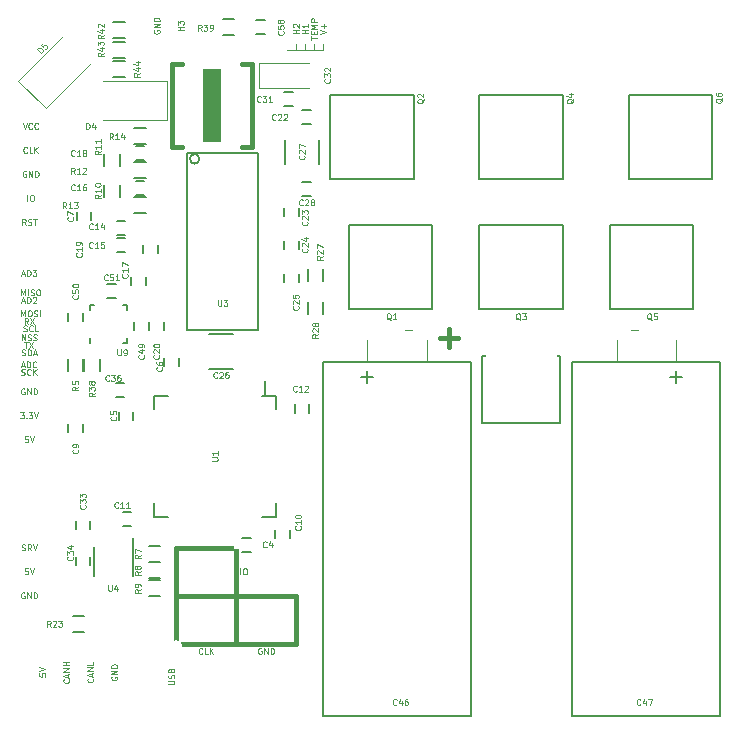
<source format=gto>
G04 #@! TF.GenerationSoftware,KiCad,Pcbnew,(5.1.5-0)*
G04 #@! TF.CreationDate,2020-05-03T08:20:05+08:00*
G04 #@! TF.ProjectId,VESC_6,56455343-5f36-42e6-9b69-6361645f7063,A*
G04 #@! TF.SameCoordinates,Original*
G04 #@! TF.FileFunction,Legend,Top*
G04 #@! TF.FilePolarity,Positive*
%FSLAX46Y46*%
G04 Gerber Fmt 4.6, Leading zero omitted, Abs format (unit mm)*
G04 Created by KiCad (PCBNEW (5.1.5-0)) date 2020-05-03 08:20:05*
%MOMM*%
%LPD*%
G04 APERTURE LIST*
%ADD10C,0.100000*%
%ADD11C,0.203200*%
%ADD12C,0.406400*%
%ADD13C,0.101600*%
%ADD14C,0.200000*%
%ADD15C,0.381000*%
%ADD16C,0.400000*%
%ADD17C,0.150000*%
%ADD18C,0.120000*%
%ADD19C,0.127000*%
%ADD20C,0.152400*%
%ADD21R,3.810000X3.048000*%
%ADD22R,2.000000X6.200000*%
%ADD23R,1.699260X1.099820*%
%ADD24R,0.850900X1.099820*%
%ADD25R,1.300480X0.701040*%
%ADD26R,1.099820X1.699260*%
%ADD27R,1.099820X0.850900*%
%ADD28R,0.701040X1.300480*%
%ADD29C,0.900000*%
%ADD30R,0.800000X0.750000*%
%ADD31O,0.200000X0.550000*%
%ADD32O,0.550000X0.200000*%
%ADD33R,2.500000X1.800000*%
%ADD34O,1.100000X2.200000*%
%ADD35O,1.100000X1.800000*%
%ADD36R,0.750000X0.800000*%
%ADD37R,1.501140X0.299720*%
%ADD38R,3.599180X7.000240*%
%ADD39R,0.304800X1.193800*%
%ADD40R,1.193800X0.304800*%
%ADD41R,0.350000X0.650000*%
%ADD42R,1.200000X0.775000*%
%ADD43R,1.950000X1.500000*%
%ADD44R,1.000000X2.500000*%
%ADD45R,2.500000X1.000000*%
%ADD46R,0.500000X0.900000*%
%ADD47R,0.900000X0.500000*%
%ADD48C,1.600000*%
%ADD49O,1.699260X1.198880*%
%ADD50R,1.699260X1.198880*%
%ADD51C,3.000000*%
%ADD52O,1.198880X1.699260*%
%ADD53R,1.198880X1.699260*%
%ADD54R,6.000000X5.000000*%
%ADD55C,0.254000*%
G04 APERTURE END LIST*
D10*
X167032000Y-81800000D02*
X167667000Y-81800000D01*
X147901000Y-81800000D02*
X148536000Y-81800000D01*
D11*
X170842000Y-85217000D02*
X170842000Y-86233000D01*
X170334000Y-85725000D02*
X171350000Y-85725000D01*
X144726000Y-85217000D02*
X144726000Y-86233000D01*
X144218000Y-85725000D02*
X145234000Y-85725000D01*
D10*
X165825500Y-82600000D02*
X165825500Y-84455000D01*
X170842000Y-82600000D02*
X170842000Y-84455000D01*
X149742500Y-82600000D02*
X149742500Y-84455000D01*
X144726000Y-82600000D02*
X144726000Y-84455000D01*
D12*
X151638000Y-81661000D02*
X151638000Y-83185000D01*
X150876000Y-82423000D02*
X152400000Y-82423000D01*
D13*
X138584000Y-58039000D02*
X140997000Y-58039000D01*
X139473000Y-58039000D02*
X139473000Y-57531000D01*
X140235000Y-58039000D02*
X140235000Y-57531000D01*
X138711000Y-58039000D02*
X138711000Y-57531000D01*
X137949000Y-58039000D02*
X138711000Y-58039000D01*
X138711000Y-58039000D02*
X137949000Y-58039000D01*
X140997000Y-58039000D02*
X140997000Y-57531000D01*
X140718809Y-56744809D02*
X141226809Y-56575476D01*
X140718809Y-56406142D01*
X141033285Y-56236809D02*
X141033285Y-55849761D01*
X141226809Y-56043285D02*
X140839761Y-56043285D01*
X139956809Y-57180238D02*
X139956809Y-56889952D01*
X140464809Y-57035095D02*
X139956809Y-57035095D01*
X140198714Y-56720619D02*
X140198714Y-56551285D01*
X140464809Y-56478714D02*
X140464809Y-56720619D01*
X139956809Y-56720619D01*
X139956809Y-56478714D01*
X140464809Y-56261000D02*
X139956809Y-56261000D01*
X140319666Y-56091666D01*
X139956809Y-55922333D01*
X140464809Y-55922333D01*
X140464809Y-55680428D02*
X139956809Y-55680428D01*
X139956809Y-55486904D01*
X139981000Y-55438523D01*
X140005190Y-55414333D01*
X140053571Y-55390142D01*
X140126142Y-55390142D01*
X140174523Y-55414333D01*
X140198714Y-55438523D01*
X140222904Y-55486904D01*
X140222904Y-55680428D01*
X139702809Y-56648047D02*
X139194809Y-56648047D01*
X139436714Y-56648047D02*
X139436714Y-56357761D01*
X139702809Y-56357761D02*
X139194809Y-56357761D01*
X139702809Y-55849761D02*
X139702809Y-56140047D01*
X139702809Y-55994904D02*
X139194809Y-55994904D01*
X139267380Y-56043285D01*
X139315761Y-56091666D01*
X139339952Y-56140047D01*
X138940809Y-56648047D02*
X138432809Y-56648047D01*
X138674714Y-56648047D02*
X138674714Y-56357761D01*
X138940809Y-56357761D02*
X138432809Y-56357761D01*
X138481190Y-56140047D02*
X138457000Y-56115857D01*
X138432809Y-56067476D01*
X138432809Y-55946523D01*
X138457000Y-55898142D01*
X138481190Y-55873952D01*
X138529571Y-55849761D01*
X138577952Y-55849761D01*
X138650523Y-55873952D01*
X138940809Y-56164238D01*
X138940809Y-55849761D01*
X129161809Y-56394047D02*
X128653809Y-56394047D01*
X128895714Y-56394047D02*
X128895714Y-56103761D01*
X129161809Y-56103761D02*
X128653809Y-56103761D01*
X128653809Y-55910238D02*
X128653809Y-55595761D01*
X128847333Y-55765095D01*
X128847333Y-55692523D01*
X128871523Y-55644142D01*
X128895714Y-55619952D01*
X128944095Y-55595761D01*
X129065047Y-55595761D01*
X129113428Y-55619952D01*
X129137619Y-55644142D01*
X129161809Y-55692523D01*
X129161809Y-55837666D01*
X129137619Y-55886047D01*
X129113428Y-55910238D01*
X126646000Y-56394047D02*
X126621809Y-56442428D01*
X126621809Y-56515000D01*
X126646000Y-56587571D01*
X126694380Y-56635952D01*
X126742761Y-56660142D01*
X126839523Y-56684333D01*
X126912095Y-56684333D01*
X127008857Y-56660142D01*
X127057238Y-56635952D01*
X127105619Y-56587571D01*
X127129809Y-56515000D01*
X127129809Y-56466619D01*
X127105619Y-56394047D01*
X127081428Y-56369857D01*
X126912095Y-56369857D01*
X126912095Y-56466619D01*
X127129809Y-56152142D02*
X126621809Y-56152142D01*
X127129809Y-55861857D01*
X126621809Y-55861857D01*
X127129809Y-55619952D02*
X126621809Y-55619952D01*
X126621809Y-55499000D01*
X126646000Y-55426428D01*
X126694380Y-55378047D01*
X126742761Y-55353857D01*
X126839523Y-55329666D01*
X126912095Y-55329666D01*
X127008857Y-55353857D01*
X127057238Y-55378047D01*
X127105619Y-55426428D01*
X127129809Y-55499000D01*
X127129809Y-55619952D01*
X115424857Y-85549619D02*
X115497428Y-85573809D01*
X115618380Y-85573809D01*
X115666761Y-85549619D01*
X115690952Y-85525428D01*
X115715142Y-85477047D01*
X115715142Y-85428666D01*
X115690952Y-85380285D01*
X115666761Y-85356095D01*
X115618380Y-85331904D01*
X115521619Y-85307714D01*
X115473238Y-85283523D01*
X115449047Y-85259333D01*
X115424857Y-85210952D01*
X115424857Y-85162571D01*
X115449047Y-85114190D01*
X115473238Y-85090000D01*
X115521619Y-85065809D01*
X115642571Y-85065809D01*
X115715142Y-85090000D01*
X116223142Y-85525428D02*
X116198952Y-85549619D01*
X116126380Y-85573809D01*
X116078000Y-85573809D01*
X116005428Y-85549619D01*
X115957047Y-85501238D01*
X115932857Y-85452857D01*
X115908666Y-85356095D01*
X115908666Y-85283523D01*
X115932857Y-85186761D01*
X115957047Y-85138380D01*
X116005428Y-85090000D01*
X116078000Y-85065809D01*
X116126380Y-85065809D01*
X116198952Y-85090000D01*
X116223142Y-85114190D01*
X116440857Y-85573809D02*
X116440857Y-85065809D01*
X116731142Y-85573809D02*
X116513428Y-85283523D01*
X116731142Y-85065809D02*
X116440857Y-85356095D01*
X115461142Y-83898619D02*
X115533714Y-83922809D01*
X115654666Y-83922809D01*
X115703047Y-83898619D01*
X115727238Y-83874428D01*
X115751428Y-83826047D01*
X115751428Y-83777666D01*
X115727238Y-83729285D01*
X115703047Y-83705095D01*
X115654666Y-83680904D01*
X115557904Y-83656714D01*
X115509523Y-83632523D01*
X115485333Y-83608333D01*
X115461142Y-83559952D01*
X115461142Y-83511571D01*
X115485333Y-83463190D01*
X115509523Y-83439000D01*
X115557904Y-83414809D01*
X115678857Y-83414809D01*
X115751428Y-83439000D01*
X115969142Y-83922809D02*
X115969142Y-83414809D01*
X116090095Y-83414809D01*
X116162666Y-83439000D01*
X116211047Y-83487380D01*
X116235238Y-83535761D01*
X116259428Y-83632523D01*
X116259428Y-83705095D01*
X116235238Y-83801857D01*
X116211047Y-83850238D01*
X116162666Y-83898619D01*
X116090095Y-83922809D01*
X115969142Y-83922809D01*
X116452952Y-83777666D02*
X116694857Y-83777666D01*
X116404571Y-83922809D02*
X116573904Y-83414809D01*
X116743238Y-83922809D01*
X115449047Y-82652809D02*
X115449047Y-82144809D01*
X115739333Y-82652809D01*
X115739333Y-82144809D01*
X115957047Y-82628619D02*
X116029619Y-82652809D01*
X116150571Y-82652809D01*
X116198952Y-82628619D01*
X116223142Y-82604428D01*
X116247333Y-82556047D01*
X116247333Y-82507666D01*
X116223142Y-82459285D01*
X116198952Y-82435095D01*
X116150571Y-82410904D01*
X116053809Y-82386714D01*
X116005428Y-82362523D01*
X115981238Y-82338333D01*
X115957047Y-82289952D01*
X115957047Y-82241571D01*
X115981238Y-82193190D01*
X116005428Y-82169000D01*
X116053809Y-82144809D01*
X116174761Y-82144809D01*
X116247333Y-82169000D01*
X116440857Y-82628619D02*
X116513428Y-82652809D01*
X116634380Y-82652809D01*
X116682761Y-82628619D01*
X116706952Y-82604428D01*
X116731142Y-82556047D01*
X116731142Y-82507666D01*
X116706952Y-82459285D01*
X116682761Y-82435095D01*
X116634380Y-82410904D01*
X116537619Y-82386714D01*
X116489238Y-82362523D01*
X116465047Y-82338333D01*
X116440857Y-82289952D01*
X116440857Y-82241571D01*
X116465047Y-82193190D01*
X116489238Y-82169000D01*
X116537619Y-82144809D01*
X116658571Y-82144809D01*
X116731142Y-82169000D01*
X115600238Y-81866619D02*
X115672809Y-81890809D01*
X115793761Y-81890809D01*
X115842142Y-81866619D01*
X115866333Y-81842428D01*
X115890523Y-81794047D01*
X115890523Y-81745666D01*
X115866333Y-81697285D01*
X115842142Y-81673095D01*
X115793761Y-81648904D01*
X115697000Y-81624714D01*
X115648619Y-81600523D01*
X115624428Y-81576333D01*
X115600238Y-81527952D01*
X115600238Y-81479571D01*
X115624428Y-81431190D01*
X115648619Y-81407000D01*
X115697000Y-81382809D01*
X115817952Y-81382809D01*
X115890523Y-81407000D01*
X116398523Y-81842428D02*
X116374333Y-81866619D01*
X116301761Y-81890809D01*
X116253380Y-81890809D01*
X116180809Y-81866619D01*
X116132428Y-81818238D01*
X116108238Y-81769857D01*
X116084047Y-81673095D01*
X116084047Y-81600523D01*
X116108238Y-81503761D01*
X116132428Y-81455380D01*
X116180809Y-81407000D01*
X116253380Y-81382809D01*
X116301761Y-81382809D01*
X116374333Y-81407000D01*
X116398523Y-81431190D01*
X116858142Y-81890809D02*
X116616238Y-81890809D01*
X116616238Y-81382809D01*
X115993333Y-81255809D02*
X115824000Y-81013904D01*
X115703047Y-81255809D02*
X115703047Y-80747809D01*
X115896571Y-80747809D01*
X115944952Y-80772000D01*
X115969142Y-80796190D01*
X115993333Y-80844571D01*
X115993333Y-80917142D01*
X115969142Y-80965523D01*
X115944952Y-80989714D01*
X115896571Y-81013904D01*
X115703047Y-81013904D01*
X116162666Y-80747809D02*
X116501333Y-81255809D01*
X116501333Y-80747809D02*
X116162666Y-81255809D01*
X115461142Y-79332666D02*
X115703047Y-79332666D01*
X115412761Y-79477809D02*
X115582095Y-78969809D01*
X115751428Y-79477809D01*
X115920761Y-79477809D02*
X115920761Y-78969809D01*
X116041714Y-78969809D01*
X116114285Y-78994000D01*
X116162666Y-79042380D01*
X116186857Y-79090761D01*
X116211047Y-79187523D01*
X116211047Y-79260095D01*
X116186857Y-79356857D01*
X116162666Y-79405238D01*
X116114285Y-79453619D01*
X116041714Y-79477809D01*
X115920761Y-79477809D01*
X116404571Y-79018190D02*
X116428761Y-78994000D01*
X116477142Y-78969809D01*
X116598095Y-78969809D01*
X116646476Y-78994000D01*
X116670666Y-79018190D01*
X116694857Y-79066571D01*
X116694857Y-79114952D01*
X116670666Y-79187523D01*
X116380380Y-79477809D01*
X116694857Y-79477809D01*
D14*
X140993500Y-84474500D02*
X153493500Y-84474500D01*
X153493500Y-114474500D02*
X140993500Y-114474500D01*
X140993500Y-114474500D02*
X140993500Y-84474500D01*
X153493500Y-84474500D02*
X153493500Y-114474500D01*
D13*
X127864809Y-111766047D02*
X128276047Y-111766047D01*
X128324428Y-111741857D01*
X128348619Y-111717666D01*
X128372809Y-111669285D01*
X128372809Y-111572523D01*
X128348619Y-111524142D01*
X128324428Y-111499952D01*
X128276047Y-111475761D01*
X127864809Y-111475761D01*
X128348619Y-111258047D02*
X128372809Y-111185476D01*
X128372809Y-111064523D01*
X128348619Y-111016142D01*
X128324428Y-110991952D01*
X128276047Y-110967761D01*
X128227666Y-110967761D01*
X128179285Y-110991952D01*
X128155095Y-111016142D01*
X128130904Y-111064523D01*
X128106714Y-111161285D01*
X128082523Y-111209666D01*
X128058333Y-111233857D01*
X128009952Y-111258047D01*
X127961571Y-111258047D01*
X127913190Y-111233857D01*
X127889000Y-111209666D01*
X127864809Y-111161285D01*
X127864809Y-111040333D01*
X127889000Y-110967761D01*
X128106714Y-110580714D02*
X128130904Y-110508142D01*
X128155095Y-110483952D01*
X128203476Y-110459761D01*
X128276047Y-110459761D01*
X128324428Y-110483952D01*
X128348619Y-110508142D01*
X128372809Y-110556523D01*
X128372809Y-110750047D01*
X127864809Y-110750047D01*
X127864809Y-110580714D01*
X127889000Y-110532333D01*
X127913190Y-110508142D01*
X127961571Y-110483952D01*
X128009952Y-110483952D01*
X128058333Y-110508142D01*
X128082523Y-110532333D01*
X128106714Y-110580714D01*
X128106714Y-110750047D01*
X123063000Y-111131047D02*
X123038809Y-111179428D01*
X123038809Y-111252000D01*
X123063000Y-111324571D01*
X123111380Y-111372952D01*
X123159761Y-111397142D01*
X123256523Y-111421333D01*
X123329095Y-111421333D01*
X123425857Y-111397142D01*
X123474238Y-111372952D01*
X123522619Y-111324571D01*
X123546809Y-111252000D01*
X123546809Y-111203619D01*
X123522619Y-111131047D01*
X123498428Y-111106857D01*
X123329095Y-111106857D01*
X123329095Y-111203619D01*
X123546809Y-110889142D02*
X123038809Y-110889142D01*
X123546809Y-110598857D01*
X123038809Y-110598857D01*
X123546809Y-110356952D02*
X123038809Y-110356952D01*
X123038809Y-110236000D01*
X123063000Y-110163428D01*
X123111380Y-110115047D01*
X123159761Y-110090857D01*
X123256523Y-110066666D01*
X123329095Y-110066666D01*
X123425857Y-110090857D01*
X123474238Y-110115047D01*
X123522619Y-110163428D01*
X123546809Y-110236000D01*
X123546809Y-110356952D01*
X121466428Y-111276190D02*
X121490619Y-111300380D01*
X121514809Y-111372952D01*
X121514809Y-111421333D01*
X121490619Y-111493904D01*
X121442238Y-111542285D01*
X121393857Y-111566476D01*
X121297095Y-111590666D01*
X121224523Y-111590666D01*
X121127761Y-111566476D01*
X121079380Y-111542285D01*
X121031000Y-111493904D01*
X121006809Y-111421333D01*
X121006809Y-111372952D01*
X121031000Y-111300380D01*
X121055190Y-111276190D01*
X121369666Y-111082666D02*
X121369666Y-110840761D01*
X121514809Y-111131047D02*
X121006809Y-110961714D01*
X121514809Y-110792380D01*
X121514809Y-110623047D02*
X121006809Y-110623047D01*
X121514809Y-110332761D01*
X121006809Y-110332761D01*
X121514809Y-109848952D02*
X121514809Y-110090857D01*
X121006809Y-110090857D01*
X119434428Y-111336666D02*
X119458619Y-111360857D01*
X119482809Y-111433428D01*
X119482809Y-111481809D01*
X119458619Y-111554380D01*
X119410238Y-111602761D01*
X119361857Y-111626952D01*
X119265095Y-111651142D01*
X119192523Y-111651142D01*
X119095761Y-111626952D01*
X119047380Y-111602761D01*
X118999000Y-111554380D01*
X118974809Y-111481809D01*
X118974809Y-111433428D01*
X118999000Y-111360857D01*
X119023190Y-111336666D01*
X119337666Y-111143142D02*
X119337666Y-110901238D01*
X119482809Y-111191523D02*
X118974809Y-111022190D01*
X119482809Y-110852857D01*
X119482809Y-110683523D02*
X118974809Y-110683523D01*
X119482809Y-110393238D01*
X118974809Y-110393238D01*
X119482809Y-110151333D02*
X118974809Y-110151333D01*
X119216714Y-110151333D02*
X119216714Y-109861047D01*
X119482809Y-109861047D02*
X118974809Y-109861047D01*
X116942809Y-110840761D02*
X116942809Y-111082666D01*
X117184714Y-111106857D01*
X117160523Y-111082666D01*
X117136333Y-111034285D01*
X117136333Y-110913333D01*
X117160523Y-110864952D01*
X117184714Y-110840761D01*
X117233095Y-110816571D01*
X117354047Y-110816571D01*
X117402428Y-110840761D01*
X117426619Y-110864952D01*
X117450809Y-110913333D01*
X117450809Y-111034285D01*
X117426619Y-111082666D01*
X117402428Y-111106857D01*
X116942809Y-110671428D02*
X117450809Y-110502095D01*
X116942809Y-110332761D01*
X115690952Y-104013000D02*
X115642571Y-103988809D01*
X115570000Y-103988809D01*
X115497428Y-104013000D01*
X115449047Y-104061380D01*
X115424857Y-104109761D01*
X115400666Y-104206523D01*
X115400666Y-104279095D01*
X115424857Y-104375857D01*
X115449047Y-104424238D01*
X115497428Y-104472619D01*
X115570000Y-104496809D01*
X115618380Y-104496809D01*
X115690952Y-104472619D01*
X115715142Y-104448428D01*
X115715142Y-104279095D01*
X115618380Y-104279095D01*
X115932857Y-104496809D02*
X115932857Y-103988809D01*
X116223142Y-104496809D01*
X116223142Y-103988809D01*
X116465047Y-104496809D02*
X116465047Y-103988809D01*
X116586000Y-103988809D01*
X116658571Y-104013000D01*
X116706952Y-104061380D01*
X116731142Y-104109761D01*
X116755333Y-104206523D01*
X116755333Y-104279095D01*
X116731142Y-104375857D01*
X116706952Y-104424238D01*
X116658571Y-104472619D01*
X116586000Y-104496809D01*
X116465047Y-104496809D01*
X115461142Y-100408619D02*
X115533714Y-100432809D01*
X115654666Y-100432809D01*
X115703047Y-100408619D01*
X115727238Y-100384428D01*
X115751428Y-100336047D01*
X115751428Y-100287666D01*
X115727238Y-100239285D01*
X115703047Y-100215095D01*
X115654666Y-100190904D01*
X115557904Y-100166714D01*
X115509523Y-100142523D01*
X115485333Y-100118333D01*
X115461142Y-100069952D01*
X115461142Y-100021571D01*
X115485333Y-99973190D01*
X115509523Y-99949000D01*
X115557904Y-99924809D01*
X115678857Y-99924809D01*
X115751428Y-99949000D01*
X116259428Y-100432809D02*
X116090095Y-100190904D01*
X115969142Y-100432809D02*
X115969142Y-99924809D01*
X116162666Y-99924809D01*
X116211047Y-99949000D01*
X116235238Y-99973190D01*
X116259428Y-100021571D01*
X116259428Y-100094142D01*
X116235238Y-100142523D01*
X116211047Y-100166714D01*
X116162666Y-100190904D01*
X115969142Y-100190904D01*
X116404571Y-99924809D02*
X116573904Y-100432809D01*
X116743238Y-99924809D01*
X115981238Y-101956809D02*
X115739333Y-101956809D01*
X115715142Y-102198714D01*
X115739333Y-102174523D01*
X115787714Y-102150333D01*
X115908666Y-102150333D01*
X115957047Y-102174523D01*
X115981238Y-102198714D01*
X116005428Y-102247095D01*
X116005428Y-102368047D01*
X115981238Y-102416428D01*
X115957047Y-102440619D01*
X115908666Y-102464809D01*
X115787714Y-102464809D01*
X115739333Y-102440619D01*
X115715142Y-102416428D01*
X116150571Y-101956809D02*
X116319904Y-102464809D01*
X116489238Y-101956809D01*
X115981238Y-90780809D02*
X115739333Y-90780809D01*
X115715142Y-91022714D01*
X115739333Y-90998523D01*
X115787714Y-90974333D01*
X115908666Y-90974333D01*
X115957047Y-90998523D01*
X115981238Y-91022714D01*
X116005428Y-91071095D01*
X116005428Y-91192047D01*
X115981238Y-91240428D01*
X115957047Y-91264619D01*
X115908666Y-91288809D01*
X115787714Y-91288809D01*
X115739333Y-91264619D01*
X115715142Y-91240428D01*
X116150571Y-90780809D02*
X116319904Y-91288809D01*
X116489238Y-90780809D01*
X115328095Y-88748809D02*
X115642571Y-88748809D01*
X115473238Y-88942333D01*
X115545809Y-88942333D01*
X115594190Y-88966523D01*
X115618380Y-88990714D01*
X115642571Y-89039095D01*
X115642571Y-89160047D01*
X115618380Y-89208428D01*
X115594190Y-89232619D01*
X115545809Y-89256809D01*
X115400666Y-89256809D01*
X115352285Y-89232619D01*
X115328095Y-89208428D01*
X115860285Y-89208428D02*
X115884476Y-89232619D01*
X115860285Y-89256809D01*
X115836095Y-89232619D01*
X115860285Y-89208428D01*
X115860285Y-89256809D01*
X116053809Y-88748809D02*
X116368285Y-88748809D01*
X116198952Y-88942333D01*
X116271523Y-88942333D01*
X116319904Y-88966523D01*
X116344095Y-88990714D01*
X116368285Y-89039095D01*
X116368285Y-89160047D01*
X116344095Y-89208428D01*
X116319904Y-89232619D01*
X116271523Y-89256809D01*
X116126380Y-89256809D01*
X116078000Y-89232619D01*
X116053809Y-89208428D01*
X116513428Y-88748809D02*
X116682761Y-89256809D01*
X116852095Y-88748809D01*
X115690952Y-86741000D02*
X115642571Y-86716809D01*
X115570000Y-86716809D01*
X115497428Y-86741000D01*
X115449047Y-86789380D01*
X115424857Y-86837761D01*
X115400666Y-86934523D01*
X115400666Y-87007095D01*
X115424857Y-87103857D01*
X115449047Y-87152238D01*
X115497428Y-87200619D01*
X115570000Y-87224809D01*
X115618380Y-87224809D01*
X115690952Y-87200619D01*
X115715142Y-87176428D01*
X115715142Y-87007095D01*
X115618380Y-87007095D01*
X115932857Y-87224809D02*
X115932857Y-86716809D01*
X116223142Y-87224809D01*
X116223142Y-86716809D01*
X116465047Y-87224809D02*
X116465047Y-86716809D01*
X116586000Y-86716809D01*
X116658571Y-86741000D01*
X116706952Y-86789380D01*
X116731142Y-86837761D01*
X116755333Y-86934523D01*
X116755333Y-87007095D01*
X116731142Y-87103857D01*
X116706952Y-87152238D01*
X116658571Y-87200619D01*
X116586000Y-87224809D01*
X116465047Y-87224809D01*
X115449047Y-84793666D02*
X115690952Y-84793666D01*
X115400666Y-84938809D02*
X115570000Y-84430809D01*
X115739333Y-84938809D01*
X115908666Y-84938809D02*
X115908666Y-84430809D01*
X116029619Y-84430809D01*
X116102190Y-84455000D01*
X116150571Y-84503380D01*
X116174761Y-84551761D01*
X116198952Y-84648523D01*
X116198952Y-84721095D01*
X116174761Y-84817857D01*
X116150571Y-84866238D01*
X116102190Y-84914619D01*
X116029619Y-84938809D01*
X115908666Y-84938809D01*
X116706952Y-84890428D02*
X116682761Y-84914619D01*
X116610190Y-84938809D01*
X116561809Y-84938809D01*
X116489238Y-84914619D01*
X116440857Y-84866238D01*
X116416666Y-84817857D01*
X116392476Y-84721095D01*
X116392476Y-84648523D01*
X116416666Y-84551761D01*
X116440857Y-84503380D01*
X116489238Y-84455000D01*
X116561809Y-84430809D01*
X116610190Y-84430809D01*
X116682761Y-84455000D01*
X116706952Y-84479190D01*
X115690952Y-82779809D02*
X115981238Y-82779809D01*
X115836095Y-83287809D02*
X115836095Y-82779809D01*
X116102190Y-82779809D02*
X116440857Y-83287809D01*
X116440857Y-82779809D02*
X116102190Y-83287809D01*
X115406714Y-80620809D02*
X115406714Y-80112809D01*
X115576047Y-80475666D01*
X115745380Y-80112809D01*
X115745380Y-80620809D01*
X116084047Y-80112809D02*
X116180809Y-80112809D01*
X116229190Y-80137000D01*
X116277571Y-80185380D01*
X116301761Y-80282142D01*
X116301761Y-80451476D01*
X116277571Y-80548238D01*
X116229190Y-80596619D01*
X116180809Y-80620809D01*
X116084047Y-80620809D01*
X116035666Y-80596619D01*
X115987285Y-80548238D01*
X115963095Y-80451476D01*
X115963095Y-80282142D01*
X115987285Y-80185380D01*
X116035666Y-80137000D01*
X116084047Y-80112809D01*
X116495285Y-80596619D02*
X116567857Y-80620809D01*
X116688809Y-80620809D01*
X116737190Y-80596619D01*
X116761380Y-80572428D01*
X116785571Y-80524047D01*
X116785571Y-80475666D01*
X116761380Y-80427285D01*
X116737190Y-80403095D01*
X116688809Y-80378904D01*
X116592047Y-80354714D01*
X116543666Y-80330523D01*
X116519476Y-80306333D01*
X116495285Y-80257952D01*
X116495285Y-80209571D01*
X116519476Y-80161190D01*
X116543666Y-80137000D01*
X116592047Y-80112809D01*
X116713000Y-80112809D01*
X116785571Y-80137000D01*
X117003285Y-80620809D02*
X117003285Y-80112809D01*
X115406714Y-78842809D02*
X115406714Y-78334809D01*
X115576047Y-78697666D01*
X115745380Y-78334809D01*
X115745380Y-78842809D01*
X115987285Y-78842809D02*
X115987285Y-78334809D01*
X116205000Y-78818619D02*
X116277571Y-78842809D01*
X116398523Y-78842809D01*
X116446904Y-78818619D01*
X116471095Y-78794428D01*
X116495285Y-78746047D01*
X116495285Y-78697666D01*
X116471095Y-78649285D01*
X116446904Y-78625095D01*
X116398523Y-78600904D01*
X116301761Y-78576714D01*
X116253380Y-78552523D01*
X116229190Y-78528333D01*
X116205000Y-78479952D01*
X116205000Y-78431571D01*
X116229190Y-78383190D01*
X116253380Y-78359000D01*
X116301761Y-78334809D01*
X116422714Y-78334809D01*
X116495285Y-78359000D01*
X116809761Y-78334809D02*
X116906523Y-78334809D01*
X116954904Y-78359000D01*
X117003285Y-78407380D01*
X117027476Y-78504142D01*
X117027476Y-78673476D01*
X117003285Y-78770238D01*
X116954904Y-78818619D01*
X116906523Y-78842809D01*
X116809761Y-78842809D01*
X116761380Y-78818619D01*
X116713000Y-78770238D01*
X116688809Y-78673476D01*
X116688809Y-78504142D01*
X116713000Y-78407380D01*
X116761380Y-78359000D01*
X116809761Y-78334809D01*
X115461142Y-77046666D02*
X115703047Y-77046666D01*
X115412761Y-77191809D02*
X115582095Y-76683809D01*
X115751428Y-77191809D01*
X115920761Y-77191809D02*
X115920761Y-76683809D01*
X116041714Y-76683809D01*
X116114285Y-76708000D01*
X116162666Y-76756380D01*
X116186857Y-76804761D01*
X116211047Y-76901523D01*
X116211047Y-76974095D01*
X116186857Y-77070857D01*
X116162666Y-77119238D01*
X116114285Y-77167619D01*
X116041714Y-77191809D01*
X115920761Y-77191809D01*
X116380380Y-76683809D02*
X116694857Y-76683809D01*
X116525523Y-76877333D01*
X116598095Y-76877333D01*
X116646476Y-76901523D01*
X116670666Y-76925714D01*
X116694857Y-76974095D01*
X116694857Y-77095047D01*
X116670666Y-77143428D01*
X116646476Y-77167619D01*
X116598095Y-77191809D01*
X116452952Y-77191809D01*
X116404571Y-77167619D01*
X116380380Y-77143428D01*
X115799809Y-72873809D02*
X115630476Y-72631904D01*
X115509523Y-72873809D02*
X115509523Y-72365809D01*
X115703047Y-72365809D01*
X115751428Y-72390000D01*
X115775619Y-72414190D01*
X115799809Y-72462571D01*
X115799809Y-72535142D01*
X115775619Y-72583523D01*
X115751428Y-72607714D01*
X115703047Y-72631904D01*
X115509523Y-72631904D01*
X115993333Y-72849619D02*
X116065904Y-72873809D01*
X116186857Y-72873809D01*
X116235238Y-72849619D01*
X116259428Y-72825428D01*
X116283619Y-72777047D01*
X116283619Y-72728666D01*
X116259428Y-72680285D01*
X116235238Y-72656095D01*
X116186857Y-72631904D01*
X116090095Y-72607714D01*
X116041714Y-72583523D01*
X116017523Y-72559333D01*
X115993333Y-72510952D01*
X115993333Y-72462571D01*
X116017523Y-72414190D01*
X116041714Y-72390000D01*
X116090095Y-72365809D01*
X116211047Y-72365809D01*
X116283619Y-72390000D01*
X116428761Y-72365809D02*
X116719047Y-72365809D01*
X116573904Y-72873809D02*
X116573904Y-72365809D01*
X115938904Y-70841809D02*
X115938904Y-70333809D01*
X116277571Y-70333809D02*
X116374333Y-70333809D01*
X116422714Y-70358000D01*
X116471095Y-70406380D01*
X116495285Y-70503142D01*
X116495285Y-70672476D01*
X116471095Y-70769238D01*
X116422714Y-70817619D01*
X116374333Y-70841809D01*
X116277571Y-70841809D01*
X116229190Y-70817619D01*
X116180809Y-70769238D01*
X116156619Y-70672476D01*
X116156619Y-70503142D01*
X116180809Y-70406380D01*
X116229190Y-70358000D01*
X116277571Y-70333809D01*
X115817952Y-68326000D02*
X115769571Y-68301809D01*
X115697000Y-68301809D01*
X115624428Y-68326000D01*
X115576047Y-68374380D01*
X115551857Y-68422761D01*
X115527666Y-68519523D01*
X115527666Y-68592095D01*
X115551857Y-68688857D01*
X115576047Y-68737238D01*
X115624428Y-68785619D01*
X115697000Y-68809809D01*
X115745380Y-68809809D01*
X115817952Y-68785619D01*
X115842142Y-68761428D01*
X115842142Y-68592095D01*
X115745380Y-68592095D01*
X116059857Y-68809809D02*
X116059857Y-68301809D01*
X116350142Y-68809809D01*
X116350142Y-68301809D01*
X116592047Y-68809809D02*
X116592047Y-68301809D01*
X116713000Y-68301809D01*
X116785571Y-68326000D01*
X116833952Y-68374380D01*
X116858142Y-68422761D01*
X116882333Y-68519523D01*
X116882333Y-68592095D01*
X116858142Y-68688857D01*
X116833952Y-68737238D01*
X116785571Y-68785619D01*
X116713000Y-68809809D01*
X116592047Y-68809809D01*
X115902619Y-66729428D02*
X115878428Y-66753619D01*
X115805857Y-66777809D01*
X115757476Y-66777809D01*
X115684904Y-66753619D01*
X115636523Y-66705238D01*
X115612333Y-66656857D01*
X115588142Y-66560095D01*
X115588142Y-66487523D01*
X115612333Y-66390761D01*
X115636523Y-66342380D01*
X115684904Y-66294000D01*
X115757476Y-66269809D01*
X115805857Y-66269809D01*
X115878428Y-66294000D01*
X115902619Y-66318190D01*
X116362238Y-66777809D02*
X116120333Y-66777809D01*
X116120333Y-66269809D01*
X116531571Y-66777809D02*
X116531571Y-66269809D01*
X116821857Y-66777809D02*
X116604142Y-66487523D01*
X116821857Y-66269809D02*
X116531571Y-66560095D01*
X115527666Y-64237809D02*
X115697000Y-64745809D01*
X115866333Y-64237809D01*
X116325952Y-64697428D02*
X116301761Y-64721619D01*
X116229190Y-64745809D01*
X116180809Y-64745809D01*
X116108238Y-64721619D01*
X116059857Y-64673238D01*
X116035666Y-64624857D01*
X116011476Y-64528095D01*
X116011476Y-64455523D01*
X116035666Y-64358761D01*
X116059857Y-64310380D01*
X116108238Y-64262000D01*
X116180809Y-64237809D01*
X116229190Y-64237809D01*
X116301761Y-64262000D01*
X116325952Y-64286190D01*
X116833952Y-64697428D02*
X116809761Y-64721619D01*
X116737190Y-64745809D01*
X116688809Y-64745809D01*
X116616238Y-64721619D01*
X116567857Y-64673238D01*
X116543666Y-64624857D01*
X116519476Y-64528095D01*
X116519476Y-64455523D01*
X116543666Y-64358761D01*
X116567857Y-64310380D01*
X116616238Y-64262000D01*
X116688809Y-64237809D01*
X116737190Y-64237809D01*
X116809761Y-64262000D01*
X116833952Y-64286190D01*
D14*
X174585500Y-84474500D02*
X174585500Y-114474500D01*
X174585500Y-114474500D02*
X162085500Y-114474500D01*
X162085500Y-114474500D02*
X162085500Y-84474500D01*
X162085500Y-84474500D02*
X174585500Y-84474500D01*
D15*
X133604000Y-104267000D02*
X128524000Y-104267000D01*
X133604000Y-100203000D02*
X133604000Y-104267000D01*
X128524000Y-100203000D02*
X133604000Y-100203000D01*
X128524000Y-104267000D02*
X128524000Y-100203000D01*
X133604000Y-108331000D02*
X128524000Y-108331000D01*
X133604000Y-104267000D02*
X133604000Y-108331000D01*
X128524000Y-104267000D02*
X133604000Y-104267000D01*
X128524000Y-108331000D02*
X128524000Y-104267000D01*
X138684000Y-108331000D02*
X133604000Y-108331000D01*
X138684000Y-104267000D02*
X138684000Y-108331000D01*
X133604000Y-104267000D02*
X138684000Y-104267000D01*
X133604000Y-108331000D02*
X133604000Y-104267000D01*
D10*
G36*
X132372000Y-65838000D02*
G01*
X130772000Y-65838000D01*
X130772000Y-59638000D01*
X132372000Y-59638000D01*
X132372000Y-65838000D01*
G37*
D16*
X128172000Y-59238000D02*
X128172000Y-66238000D01*
X134972000Y-66238000D02*
X134972000Y-59238000D01*
X128172000Y-59238000D02*
X129072000Y-59238000D01*
X134972000Y-59238000D02*
X134072000Y-59238000D01*
X128172000Y-66238000D02*
X129072000Y-66238000D01*
X134972000Y-66238000D02*
X134072000Y-66238000D01*
D17*
X161284920Y-68955920D02*
X154183080Y-68955920D01*
X161284920Y-61854080D02*
X161284920Y-68955920D01*
X154183080Y-61854080D02*
X161284920Y-61854080D01*
X154183080Y-68955920D02*
X154183080Y-61854080D01*
X154170080Y-80004920D02*
X154170080Y-72903080D01*
X161271920Y-80004920D02*
X154170080Y-80004920D01*
X161271920Y-72903080D02*
X161271920Y-80004920D01*
X154170080Y-72903080D02*
X161271920Y-72903080D01*
X173943920Y-68955920D02*
X166842080Y-68955920D01*
X173943920Y-61854080D02*
X173943920Y-68955920D01*
X166842080Y-61854080D02*
X173943920Y-61854080D01*
X166842080Y-68955920D02*
X166842080Y-61854080D01*
X165232080Y-80004920D02*
X165232080Y-72903080D01*
X172333920Y-80004920D02*
X165232080Y-80004920D01*
X172333920Y-72903080D02*
X172333920Y-80004920D01*
X165232080Y-72903080D02*
X172333920Y-72903080D01*
X148637920Y-68955920D02*
X141536080Y-68955920D01*
X148637920Y-61854080D02*
X148637920Y-68955920D01*
X141536080Y-61854080D02*
X148637920Y-61854080D01*
X141536080Y-68955920D02*
X141536080Y-61854080D01*
X143134080Y-80004920D02*
X143134080Y-72903080D01*
X150235920Y-80004920D02*
X143134080Y-80004920D01*
X150235920Y-72903080D02*
X150235920Y-80004920D01*
X143134080Y-72903080D02*
X150235920Y-72903080D01*
X124046500Y-97146000D02*
X124746500Y-97146000D01*
X124746500Y-98346000D02*
X124046500Y-98346000D01*
X124409000Y-82880000D02*
X124009000Y-82880000D01*
X124409000Y-82880000D02*
X124409000Y-82480000D01*
X124409000Y-79680000D02*
X124009000Y-79680000D01*
X124409000Y-79680000D02*
X124409000Y-80080000D01*
X121209000Y-79680000D02*
X121609000Y-79680000D01*
X121209000Y-79680000D02*
X121209000Y-80080000D01*
X121209000Y-82880000D02*
X121209000Y-82480000D01*
D18*
X127733000Y-64007000D02*
X127733000Y-60707000D01*
X127733000Y-60707000D02*
X122333000Y-60707000D01*
X127733000Y-64007000D02*
X122333000Y-64007000D01*
D17*
X119415000Y-80995000D02*
X119415000Y-80295000D01*
X120615000Y-80295000D02*
X120615000Y-80995000D01*
D19*
X129461260Y-66771520D02*
X129461260Y-81770220D01*
X135460740Y-81770220D02*
X135460740Y-66771520D01*
X135460740Y-81770220D02*
X129461260Y-81770220D01*
X129461260Y-66771520D02*
X135460740Y-66771520D01*
X130510478Y-67287140D02*
G75*
G03X130510478Y-67287140I-406598J0D01*
G01*
D20*
X126695200Y-87325200D02*
X126695200Y-88480736D01*
X126695200Y-97586800D02*
X127850736Y-97586800D01*
X136956800Y-97586800D02*
X136956800Y-96431264D01*
X136956800Y-87325200D02*
X135801264Y-87325200D01*
X127850736Y-87325200D02*
X126695200Y-87325200D01*
X126695200Y-96431264D02*
X126695200Y-97586800D01*
X135801264Y-97586800D02*
X136956800Y-97586800D01*
X136956800Y-88480736D02*
X136956800Y-87325200D01*
X136017000Y-87249000D02*
X136017000Y-86093464D01*
D18*
X115174111Y-60673437D02*
X117507563Y-63006889D01*
X117507563Y-63006889D02*
X121325940Y-59188513D01*
X115174111Y-60673437D02*
X118992487Y-56855060D01*
D17*
X121600000Y-100114500D02*
X121600000Y-102564500D01*
X124850000Y-99389500D02*
X124850000Y-102564500D01*
D18*
X135526000Y-59148000D02*
X135526000Y-61248000D01*
X135526000Y-61248000D02*
X139776000Y-61248000D01*
X135526000Y-59148000D02*
X139776000Y-59148000D01*
D17*
X131334000Y-85041000D02*
X133334000Y-85041000D01*
X133334000Y-82091000D02*
X131334000Y-82091000D01*
X137717000Y-65675000D02*
X137717000Y-67675000D01*
X140667000Y-67675000D02*
X140667000Y-65675000D01*
X126195200Y-100036000D02*
X127195200Y-100036000D01*
X127195200Y-101386000D02*
X126195200Y-101386000D01*
X126195200Y-101433000D02*
X127195200Y-101433000D01*
X127195200Y-102783000D02*
X126195200Y-102783000D01*
X126195200Y-102957000D02*
X127195200Y-102957000D01*
X127195200Y-104307000D02*
X126195200Y-104307000D01*
X123788800Y-69477000D02*
X123788800Y-70477000D01*
X122438800Y-70477000D02*
X122438800Y-69477000D01*
X123788800Y-66886200D02*
X123788800Y-67886200D01*
X122438800Y-67886200D02*
X122438800Y-66886200D01*
X126001400Y-68924800D02*
X125001400Y-68924800D01*
X125001400Y-67574800D02*
X126001400Y-67574800D01*
X126001400Y-71871200D02*
X125001400Y-71871200D01*
X125001400Y-70521200D02*
X126001400Y-70521200D01*
X125976000Y-66029200D02*
X124976000Y-66029200D01*
X124976000Y-64679200D02*
X125976000Y-64679200D01*
X120769000Y-107355000D02*
X119769000Y-107355000D01*
X119769000Y-106005000D02*
X120769000Y-106005000D01*
X132469000Y-55459000D02*
X133469000Y-55459000D01*
X133469000Y-56809000D02*
X132469000Y-56809000D01*
X123198000Y-55713000D02*
X124198000Y-55713000D01*
X124198000Y-57063000D02*
X123198000Y-57063000D01*
X123198000Y-57364000D02*
X124198000Y-57364000D01*
X124198000Y-58714000D02*
X123198000Y-58714000D01*
X123198000Y-59015000D02*
X124198000Y-59015000D01*
X124198000Y-60365000D02*
X123198000Y-60365000D01*
X139660000Y-77589000D02*
X139660000Y-76589000D01*
X141010000Y-76589000D02*
X141010000Y-77589000D01*
X139660000Y-80383000D02*
X139660000Y-79383000D01*
X141010000Y-79383000D02*
X141010000Y-80383000D01*
X119415000Y-90393000D02*
X119415000Y-89693000D01*
X120615000Y-89693000D02*
X120615000Y-90393000D01*
X138141000Y-98710000D02*
X138141000Y-99410000D01*
X136941000Y-99410000D02*
X136941000Y-98710000D01*
X134143000Y-99349000D02*
X134843000Y-99349000D01*
X134843000Y-100549000D02*
X134143000Y-100549000D01*
X123669500Y-89377000D02*
X123669500Y-88677000D01*
X124869500Y-88677000D02*
X124869500Y-89377000D01*
X127543000Y-84805000D02*
X127543000Y-84105000D01*
X128743000Y-84105000D02*
X128743000Y-84805000D01*
X120151600Y-72486000D02*
X120151600Y-71786000D01*
X121351600Y-71786000D02*
X121351600Y-72486000D01*
X139792000Y-88054000D02*
X139792000Y-88754000D01*
X138592000Y-88754000D02*
X138592000Y-88054000D01*
X124225800Y-73701200D02*
X123525800Y-73701200D01*
X123525800Y-72501200D02*
X124225800Y-72501200D01*
X124225800Y-75149000D02*
X123525800Y-75149000D01*
X123525800Y-73949000D02*
X124225800Y-73949000D01*
X125851400Y-70323000D02*
X125151400Y-70323000D01*
X125151400Y-69123000D02*
X125851400Y-69123000D01*
X124749000Y-77947000D02*
X124749000Y-77247000D01*
X125949000Y-77247000D02*
X125949000Y-77947000D01*
X125126000Y-66202000D02*
X125826000Y-66202000D01*
X125826000Y-67402000D02*
X125126000Y-67402000D01*
X126965000Y-74580000D02*
X126965000Y-75280000D01*
X125765000Y-75280000D02*
X125765000Y-74580000D01*
X127473000Y-81057000D02*
X127473000Y-81757000D01*
X126273000Y-81757000D02*
X126273000Y-81057000D01*
X139923000Y-64354000D02*
X139223000Y-64354000D01*
X139223000Y-63154000D02*
X139923000Y-63154000D01*
X138903000Y-71405000D02*
X138903000Y-72105000D01*
X137703000Y-72105000D02*
X137703000Y-71405000D01*
X138903000Y-74199000D02*
X138903000Y-74899000D01*
X137703000Y-74899000D02*
X137703000Y-74199000D01*
X138903000Y-76993000D02*
X138903000Y-77693000D01*
X137703000Y-77693000D02*
X137703000Y-76993000D01*
X139923000Y-70450000D02*
X139223000Y-70450000D01*
X139223000Y-69250000D02*
X139923000Y-69250000D01*
X137699000Y-61630000D02*
X138399000Y-61630000D01*
X138399000Y-62830000D02*
X137699000Y-62830000D01*
X121250000Y-97948000D02*
X121250000Y-98648000D01*
X120050000Y-98648000D02*
X120050000Y-97948000D01*
X120050000Y-101696000D02*
X120050000Y-100996000D01*
X121250000Y-100996000D02*
X121250000Y-101696000D01*
X124111500Y-87468000D02*
X123411500Y-87468000D01*
X123411500Y-86268000D02*
X124111500Y-86268000D01*
X135336800Y-55483200D02*
X136036800Y-55483200D01*
X136036800Y-56683200D02*
X135336800Y-56683200D01*
X125003000Y-81757000D02*
X125003000Y-81057000D01*
X126203000Y-81057000D02*
X126203000Y-81757000D01*
X122713000Y-77886000D02*
X123413000Y-77886000D01*
X123413000Y-79086000D02*
X122713000Y-79086000D01*
X154434000Y-89600000D02*
X154434000Y-84000000D01*
X161034000Y-89600000D02*
X154434000Y-89600000D01*
X161034000Y-84000000D02*
X161034000Y-89600000D01*
X154434000Y-84000000D02*
X161034000Y-84000000D01*
X120690000Y-84209000D02*
X120690000Y-85209000D01*
X119340000Y-85209000D02*
X119340000Y-84209000D01*
X122087000Y-84209000D02*
X122087000Y-85209000D01*
X120737000Y-85209000D02*
X120737000Y-84209000D01*
D13*
X133972904Y-102464809D02*
X133972904Y-101956809D01*
X134311571Y-101956809D02*
X134408333Y-101956809D01*
X134456714Y-101981000D01*
X134505095Y-102029380D01*
X134529285Y-102126142D01*
X134529285Y-102295476D01*
X134505095Y-102392238D01*
X134456714Y-102440619D01*
X134408333Y-102464809D01*
X134311571Y-102464809D01*
X134263190Y-102440619D01*
X134214809Y-102392238D01*
X134190619Y-102295476D01*
X134190619Y-102126142D01*
X134214809Y-102029380D01*
X134263190Y-101981000D01*
X134311571Y-101956809D01*
X130761619Y-109147428D02*
X130737428Y-109171619D01*
X130664857Y-109195809D01*
X130616476Y-109195809D01*
X130543904Y-109171619D01*
X130495523Y-109123238D01*
X130471333Y-109074857D01*
X130447142Y-108978095D01*
X130447142Y-108905523D01*
X130471333Y-108808761D01*
X130495523Y-108760380D01*
X130543904Y-108712000D01*
X130616476Y-108687809D01*
X130664857Y-108687809D01*
X130737428Y-108712000D01*
X130761619Y-108736190D01*
X131221238Y-109195809D02*
X130979333Y-109195809D01*
X130979333Y-108687809D01*
X131390571Y-109195809D02*
X131390571Y-108687809D01*
X131680857Y-109195809D02*
X131463142Y-108905523D01*
X131680857Y-108687809D02*
X131390571Y-108978095D01*
X135756952Y-108712000D02*
X135708571Y-108687809D01*
X135636000Y-108687809D01*
X135563428Y-108712000D01*
X135515047Y-108760380D01*
X135490857Y-108808761D01*
X135466666Y-108905523D01*
X135466666Y-108978095D01*
X135490857Y-109074857D01*
X135515047Y-109123238D01*
X135563428Y-109171619D01*
X135636000Y-109195809D01*
X135684380Y-109195809D01*
X135756952Y-109171619D01*
X135781142Y-109147428D01*
X135781142Y-108978095D01*
X135684380Y-108978095D01*
X135998857Y-109195809D02*
X135998857Y-108687809D01*
X136289142Y-109195809D01*
X136289142Y-108687809D01*
X136531047Y-109195809D02*
X136531047Y-108687809D01*
X136652000Y-108687809D01*
X136724571Y-108712000D01*
X136772952Y-108760380D01*
X136797142Y-108808761D01*
X136821333Y-108905523D01*
X136821333Y-108978095D01*
X136797142Y-109074857D01*
X136772952Y-109123238D01*
X136724571Y-109171619D01*
X136652000Y-109195809D01*
X136531047Y-109195809D01*
X131491333Y-62967809D02*
X131249428Y-62967809D01*
X131249428Y-62459809D01*
X131636476Y-62508190D02*
X131660666Y-62484000D01*
X131709047Y-62459809D01*
X131830000Y-62459809D01*
X131878380Y-62484000D01*
X131902571Y-62508190D01*
X131926761Y-62556571D01*
X131926761Y-62604952D01*
X131902571Y-62677523D01*
X131612285Y-62967809D01*
X131926761Y-62967809D01*
X162150190Y-62214880D02*
X162126000Y-62263261D01*
X162077619Y-62311642D01*
X162005047Y-62384214D01*
X161980857Y-62432595D01*
X161980857Y-62480976D01*
X162101809Y-62456785D02*
X162077619Y-62505166D01*
X162029238Y-62553547D01*
X161932476Y-62577738D01*
X161763142Y-62577738D01*
X161666380Y-62553547D01*
X161618000Y-62505166D01*
X161593809Y-62456785D01*
X161593809Y-62360023D01*
X161618000Y-62311642D01*
X161666380Y-62263261D01*
X161763142Y-62239071D01*
X161932476Y-62239071D01*
X162029238Y-62263261D01*
X162077619Y-62311642D01*
X162101809Y-62360023D01*
X162101809Y-62456785D01*
X161763142Y-61803642D02*
X162101809Y-61803642D01*
X161569619Y-61924595D02*
X161932476Y-62045547D01*
X161932476Y-61731071D01*
X157685619Y-80923190D02*
X157637238Y-80899000D01*
X157588857Y-80850619D01*
X157516285Y-80778047D01*
X157467904Y-80753857D01*
X157419523Y-80753857D01*
X157443714Y-80874809D02*
X157395333Y-80850619D01*
X157346952Y-80802238D01*
X157322761Y-80705476D01*
X157322761Y-80536142D01*
X157346952Y-80439380D01*
X157395333Y-80391000D01*
X157443714Y-80366809D01*
X157540476Y-80366809D01*
X157588857Y-80391000D01*
X157637238Y-80439380D01*
X157661428Y-80536142D01*
X157661428Y-80705476D01*
X157637238Y-80802238D01*
X157588857Y-80850619D01*
X157540476Y-80874809D01*
X157443714Y-80874809D01*
X157830761Y-80366809D02*
X158145238Y-80366809D01*
X157975904Y-80560333D01*
X158048476Y-80560333D01*
X158096857Y-80584523D01*
X158121047Y-80608714D01*
X158145238Y-80657095D01*
X158145238Y-80778047D01*
X158121047Y-80826428D01*
X158096857Y-80850619D01*
X158048476Y-80874809D01*
X157903333Y-80874809D01*
X157854952Y-80850619D01*
X157830761Y-80826428D01*
X174776190Y-62151380D02*
X174752000Y-62199761D01*
X174703619Y-62248142D01*
X174631047Y-62320714D01*
X174606857Y-62369095D01*
X174606857Y-62417476D01*
X174727809Y-62393285D02*
X174703619Y-62441666D01*
X174655238Y-62490047D01*
X174558476Y-62514238D01*
X174389142Y-62514238D01*
X174292380Y-62490047D01*
X174244000Y-62441666D01*
X174219809Y-62393285D01*
X174219809Y-62296523D01*
X174244000Y-62248142D01*
X174292380Y-62199761D01*
X174389142Y-62175571D01*
X174558476Y-62175571D01*
X174655238Y-62199761D01*
X174703619Y-62248142D01*
X174727809Y-62296523D01*
X174727809Y-62393285D01*
X174219809Y-61740142D02*
X174219809Y-61836904D01*
X174244000Y-61885285D01*
X174268190Y-61909476D01*
X174340761Y-61957857D01*
X174437523Y-61982047D01*
X174631047Y-61982047D01*
X174679428Y-61957857D01*
X174703619Y-61933666D01*
X174727809Y-61885285D01*
X174727809Y-61788523D01*
X174703619Y-61740142D01*
X174679428Y-61715952D01*
X174631047Y-61691761D01*
X174510095Y-61691761D01*
X174461714Y-61715952D01*
X174437523Y-61740142D01*
X174413333Y-61788523D01*
X174413333Y-61885285D01*
X174437523Y-61933666D01*
X174461714Y-61957857D01*
X174510095Y-61982047D01*
X168783619Y-80923190D02*
X168735238Y-80899000D01*
X168686857Y-80850619D01*
X168614285Y-80778047D01*
X168565904Y-80753857D01*
X168517523Y-80753857D01*
X168541714Y-80874809D02*
X168493333Y-80850619D01*
X168444952Y-80802238D01*
X168420761Y-80705476D01*
X168420761Y-80536142D01*
X168444952Y-80439380D01*
X168493333Y-80391000D01*
X168541714Y-80366809D01*
X168638476Y-80366809D01*
X168686857Y-80391000D01*
X168735238Y-80439380D01*
X168759428Y-80536142D01*
X168759428Y-80705476D01*
X168735238Y-80802238D01*
X168686857Y-80850619D01*
X168638476Y-80874809D01*
X168541714Y-80874809D01*
X169219047Y-80366809D02*
X168977142Y-80366809D01*
X168952952Y-80608714D01*
X168977142Y-80584523D01*
X169025523Y-80560333D01*
X169146476Y-80560333D01*
X169194857Y-80584523D01*
X169219047Y-80608714D01*
X169243238Y-80657095D01*
X169243238Y-80778047D01*
X169219047Y-80826428D01*
X169194857Y-80850619D01*
X169146476Y-80874809D01*
X169025523Y-80874809D01*
X168977142Y-80850619D01*
X168952952Y-80826428D01*
X149503190Y-62214880D02*
X149479000Y-62263261D01*
X149430619Y-62311642D01*
X149358047Y-62384214D01*
X149333857Y-62432595D01*
X149333857Y-62480976D01*
X149454809Y-62456785D02*
X149430619Y-62505166D01*
X149382238Y-62553547D01*
X149285476Y-62577738D01*
X149116142Y-62577738D01*
X149019380Y-62553547D01*
X148971000Y-62505166D01*
X148946809Y-62456785D01*
X148946809Y-62360023D01*
X148971000Y-62311642D01*
X149019380Y-62263261D01*
X149116142Y-62239071D01*
X149285476Y-62239071D01*
X149382238Y-62263261D01*
X149430619Y-62311642D01*
X149454809Y-62360023D01*
X149454809Y-62456785D01*
X148995190Y-62045547D02*
X148971000Y-62021357D01*
X148946809Y-61972976D01*
X148946809Y-61852023D01*
X148971000Y-61803642D01*
X148995190Y-61779452D01*
X149043571Y-61755261D01*
X149091952Y-61755261D01*
X149164523Y-61779452D01*
X149454809Y-62069738D01*
X149454809Y-61755261D01*
X146714619Y-80923190D02*
X146666238Y-80899000D01*
X146617857Y-80850619D01*
X146545285Y-80778047D01*
X146496904Y-80753857D01*
X146448523Y-80753857D01*
X146472714Y-80874809D02*
X146424333Y-80850619D01*
X146375952Y-80802238D01*
X146351761Y-80705476D01*
X146351761Y-80536142D01*
X146375952Y-80439380D01*
X146424333Y-80391000D01*
X146472714Y-80366809D01*
X146569476Y-80366809D01*
X146617857Y-80391000D01*
X146666238Y-80439380D01*
X146690428Y-80536142D01*
X146690428Y-80705476D01*
X146666238Y-80802238D01*
X146617857Y-80850619D01*
X146569476Y-80874809D01*
X146472714Y-80874809D01*
X147174238Y-80874809D02*
X146883952Y-80874809D01*
X147029095Y-80874809D02*
X147029095Y-80366809D01*
X146980714Y-80439380D01*
X146932333Y-80487761D01*
X146883952Y-80511952D01*
X123625428Y-96784428D02*
X123601238Y-96808619D01*
X123528666Y-96832809D01*
X123480285Y-96832809D01*
X123407714Y-96808619D01*
X123359333Y-96760238D01*
X123335142Y-96711857D01*
X123310952Y-96615095D01*
X123310952Y-96542523D01*
X123335142Y-96445761D01*
X123359333Y-96397380D01*
X123407714Y-96349000D01*
X123480285Y-96324809D01*
X123528666Y-96324809D01*
X123601238Y-96349000D01*
X123625428Y-96373190D01*
X124109238Y-96832809D02*
X123818952Y-96832809D01*
X123964095Y-96832809D02*
X123964095Y-96324809D01*
X123915714Y-96397380D01*
X123867333Y-96445761D01*
X123818952Y-96469952D01*
X124593047Y-96832809D02*
X124302761Y-96832809D01*
X124447904Y-96832809D02*
X124447904Y-96324809D01*
X124399523Y-96397380D01*
X124351142Y-96445761D01*
X124302761Y-96469952D01*
X123564952Y-83414809D02*
X123564952Y-83826047D01*
X123589142Y-83874428D01*
X123613333Y-83898619D01*
X123661714Y-83922809D01*
X123758476Y-83922809D01*
X123806857Y-83898619D01*
X123831047Y-83874428D01*
X123855238Y-83826047D01*
X123855238Y-83414809D01*
X124121333Y-83922809D02*
X124218095Y-83922809D01*
X124266476Y-83898619D01*
X124290666Y-83874428D01*
X124339047Y-83801857D01*
X124363238Y-83705095D01*
X124363238Y-83511571D01*
X124339047Y-83463190D01*
X124314857Y-83439000D01*
X124266476Y-83414809D01*
X124169714Y-83414809D01*
X124121333Y-83439000D01*
X124097142Y-83463190D01*
X124072952Y-83511571D01*
X124072952Y-83632523D01*
X124097142Y-83680904D01*
X124121333Y-83705095D01*
X124169714Y-83729285D01*
X124266476Y-83729285D01*
X124314857Y-83705095D01*
X124339047Y-83680904D01*
X124363238Y-83632523D01*
X120910047Y-64745809D02*
X120910047Y-64237809D01*
X121031000Y-64237809D01*
X121103571Y-64262000D01*
X121151952Y-64310380D01*
X121176142Y-64358761D01*
X121200333Y-64455523D01*
X121200333Y-64528095D01*
X121176142Y-64624857D01*
X121151952Y-64673238D01*
X121103571Y-64721619D01*
X121031000Y-64745809D01*
X120910047Y-64745809D01*
X121635761Y-64407142D02*
X121635761Y-64745809D01*
X121514809Y-64213619D02*
X121393857Y-64576476D01*
X121708333Y-64576476D01*
X120196428Y-78812571D02*
X120220619Y-78836761D01*
X120244809Y-78909333D01*
X120244809Y-78957714D01*
X120220619Y-79030285D01*
X120172238Y-79078666D01*
X120123857Y-79102857D01*
X120027095Y-79127047D01*
X119954523Y-79127047D01*
X119857761Y-79102857D01*
X119809380Y-79078666D01*
X119761000Y-79030285D01*
X119736809Y-78957714D01*
X119736809Y-78909333D01*
X119761000Y-78836761D01*
X119785190Y-78812571D01*
X119736809Y-78352952D02*
X119736809Y-78594857D01*
X119978714Y-78619047D01*
X119954523Y-78594857D01*
X119930333Y-78546476D01*
X119930333Y-78425523D01*
X119954523Y-78377142D01*
X119978714Y-78352952D01*
X120027095Y-78328761D01*
X120148047Y-78328761D01*
X120196428Y-78352952D01*
X120220619Y-78377142D01*
X120244809Y-78425523D01*
X120244809Y-78546476D01*
X120220619Y-78594857D01*
X120196428Y-78619047D01*
X119736809Y-78014285D02*
X119736809Y-77965904D01*
X119761000Y-77917523D01*
X119785190Y-77893333D01*
X119833571Y-77869142D01*
X119930333Y-77844952D01*
X120051285Y-77844952D01*
X120148047Y-77869142D01*
X120196428Y-77893333D01*
X120220619Y-77917523D01*
X120244809Y-77965904D01*
X120244809Y-78014285D01*
X120220619Y-78062666D01*
X120196428Y-78086857D01*
X120148047Y-78111047D01*
X120051285Y-78135238D01*
X119930333Y-78135238D01*
X119833571Y-78111047D01*
X119785190Y-78086857D01*
X119761000Y-78062666D01*
X119736809Y-78014285D01*
X132073952Y-79223809D02*
X132073952Y-79635047D01*
X132098142Y-79683428D01*
X132122333Y-79707619D01*
X132170714Y-79731809D01*
X132267476Y-79731809D01*
X132315857Y-79707619D01*
X132340047Y-79683428D01*
X132364238Y-79635047D01*
X132364238Y-79223809D01*
X132557761Y-79223809D02*
X132872238Y-79223809D01*
X132702904Y-79417333D01*
X132775476Y-79417333D01*
X132823857Y-79441523D01*
X132848047Y-79465714D01*
X132872238Y-79514095D01*
X132872238Y-79635047D01*
X132848047Y-79683428D01*
X132823857Y-79707619D01*
X132775476Y-79731809D01*
X132630333Y-79731809D01*
X132581952Y-79707619D01*
X132557761Y-79683428D01*
X131547809Y-92843047D02*
X131959047Y-92843047D01*
X132007428Y-92818857D01*
X132031619Y-92794666D01*
X132055809Y-92746285D01*
X132055809Y-92649523D01*
X132031619Y-92601142D01*
X132007428Y-92576952D01*
X131959047Y-92552761D01*
X131547809Y-92552761D01*
X132055809Y-92044761D02*
X132055809Y-92335047D01*
X132055809Y-92189904D02*
X131547809Y-92189904D01*
X131620380Y-92238285D01*
X131668761Y-92286666D01*
X131692952Y-92335047D01*
X117118368Y-58339631D02*
X116759158Y-57980420D01*
X116844684Y-57894894D01*
X116913105Y-57860684D01*
X116981526Y-57860684D01*
X117032842Y-57877789D01*
X117118368Y-57929105D01*
X117169684Y-57980420D01*
X117221000Y-58065947D01*
X117238105Y-58117262D01*
X117238105Y-58185683D01*
X117203894Y-58254104D01*
X117118368Y-58339631D01*
X117289420Y-57450158D02*
X117118368Y-57621210D01*
X117272315Y-57809368D01*
X117272315Y-57775158D01*
X117289420Y-57723842D01*
X117374947Y-57638316D01*
X117426262Y-57621210D01*
X117460473Y-57621210D01*
X117511789Y-57638316D01*
X117597315Y-57723842D01*
X117614420Y-57775158D01*
X117614420Y-57809368D01*
X117597315Y-57860684D01*
X117511789Y-57946210D01*
X117460473Y-57963315D01*
X117426262Y-57963315D01*
X122802952Y-103353809D02*
X122802952Y-103765047D01*
X122827142Y-103813428D01*
X122851333Y-103837619D01*
X122899714Y-103861809D01*
X122996476Y-103861809D01*
X123044857Y-103837619D01*
X123069047Y-103813428D01*
X123093238Y-103765047D01*
X123093238Y-103353809D01*
X123552857Y-103523142D02*
X123552857Y-103861809D01*
X123431904Y-103329619D02*
X123310952Y-103692476D01*
X123625428Y-103692476D01*
X141532428Y-60524571D02*
X141556619Y-60548761D01*
X141580809Y-60621333D01*
X141580809Y-60669714D01*
X141556619Y-60742285D01*
X141508238Y-60790666D01*
X141459857Y-60814857D01*
X141363095Y-60839047D01*
X141290523Y-60839047D01*
X141193761Y-60814857D01*
X141145380Y-60790666D01*
X141097000Y-60742285D01*
X141072809Y-60669714D01*
X141072809Y-60621333D01*
X141097000Y-60548761D01*
X141121190Y-60524571D01*
X141072809Y-60355238D02*
X141072809Y-60040761D01*
X141266333Y-60210095D01*
X141266333Y-60137523D01*
X141290523Y-60089142D01*
X141314714Y-60064952D01*
X141363095Y-60040761D01*
X141484047Y-60040761D01*
X141532428Y-60064952D01*
X141556619Y-60089142D01*
X141580809Y-60137523D01*
X141580809Y-60282666D01*
X141556619Y-60331047D01*
X141532428Y-60355238D01*
X141121190Y-59847238D02*
X141097000Y-59823047D01*
X141072809Y-59774666D01*
X141072809Y-59653714D01*
X141097000Y-59605333D01*
X141121190Y-59581142D01*
X141169571Y-59556952D01*
X141217952Y-59556952D01*
X141290523Y-59581142D01*
X141580809Y-59871428D01*
X141580809Y-59556952D01*
X132007428Y-85779428D02*
X131983238Y-85803619D01*
X131910666Y-85827809D01*
X131862285Y-85827809D01*
X131789714Y-85803619D01*
X131741333Y-85755238D01*
X131717142Y-85706857D01*
X131692952Y-85610095D01*
X131692952Y-85537523D01*
X131717142Y-85440761D01*
X131741333Y-85392380D01*
X131789714Y-85344000D01*
X131862285Y-85319809D01*
X131910666Y-85319809D01*
X131983238Y-85344000D01*
X132007428Y-85368190D01*
X132200952Y-85368190D02*
X132225142Y-85344000D01*
X132273523Y-85319809D01*
X132394476Y-85319809D01*
X132442857Y-85344000D01*
X132467047Y-85368190D01*
X132491238Y-85416571D01*
X132491238Y-85464952D01*
X132467047Y-85537523D01*
X132176761Y-85827809D01*
X132491238Y-85827809D01*
X132926666Y-85319809D02*
X132829904Y-85319809D01*
X132781523Y-85344000D01*
X132757333Y-85368190D01*
X132708952Y-85440761D01*
X132684761Y-85537523D01*
X132684761Y-85731047D01*
X132708952Y-85779428D01*
X132733142Y-85803619D01*
X132781523Y-85827809D01*
X132878285Y-85827809D01*
X132926666Y-85803619D01*
X132950857Y-85779428D01*
X132975047Y-85731047D01*
X132975047Y-85610095D01*
X132950857Y-85561714D01*
X132926666Y-85537523D01*
X132878285Y-85513333D01*
X132781523Y-85513333D01*
X132733142Y-85537523D01*
X132708952Y-85561714D01*
X132684761Y-85610095D01*
X139373428Y-67001571D02*
X139397619Y-67025761D01*
X139421809Y-67098333D01*
X139421809Y-67146714D01*
X139397619Y-67219285D01*
X139349238Y-67267666D01*
X139300857Y-67291857D01*
X139204095Y-67316047D01*
X139131523Y-67316047D01*
X139034761Y-67291857D01*
X138986380Y-67267666D01*
X138938000Y-67219285D01*
X138913809Y-67146714D01*
X138913809Y-67098333D01*
X138938000Y-67025761D01*
X138962190Y-67001571D01*
X138962190Y-66808047D02*
X138938000Y-66783857D01*
X138913809Y-66735476D01*
X138913809Y-66614523D01*
X138938000Y-66566142D01*
X138962190Y-66541952D01*
X139010571Y-66517761D01*
X139058952Y-66517761D01*
X139131523Y-66541952D01*
X139421809Y-66832238D01*
X139421809Y-66517761D01*
X138913809Y-66348428D02*
X138913809Y-66009761D01*
X139421809Y-66227476D01*
X125528009Y-100795666D02*
X125286104Y-100965000D01*
X125528009Y-101085952D02*
X125020009Y-101085952D01*
X125020009Y-100892428D01*
X125044200Y-100844047D01*
X125068390Y-100819857D01*
X125116771Y-100795666D01*
X125189342Y-100795666D01*
X125237723Y-100819857D01*
X125261914Y-100844047D01*
X125286104Y-100892428D01*
X125286104Y-101085952D01*
X125020009Y-100626333D02*
X125020009Y-100287666D01*
X125528009Y-100505380D01*
X125528009Y-102192666D02*
X125286104Y-102362000D01*
X125528009Y-102482952D02*
X125020009Y-102482952D01*
X125020009Y-102289428D01*
X125044200Y-102241047D01*
X125068390Y-102216857D01*
X125116771Y-102192666D01*
X125189342Y-102192666D01*
X125237723Y-102216857D01*
X125261914Y-102241047D01*
X125286104Y-102289428D01*
X125286104Y-102482952D01*
X125237723Y-101902380D02*
X125213533Y-101950761D01*
X125189342Y-101974952D01*
X125140961Y-101999142D01*
X125116771Y-101999142D01*
X125068390Y-101974952D01*
X125044200Y-101950761D01*
X125020009Y-101902380D01*
X125020009Y-101805619D01*
X125044200Y-101757238D01*
X125068390Y-101733047D01*
X125116771Y-101708857D01*
X125140961Y-101708857D01*
X125189342Y-101733047D01*
X125213533Y-101757238D01*
X125237723Y-101805619D01*
X125237723Y-101902380D01*
X125261914Y-101950761D01*
X125286104Y-101974952D01*
X125334485Y-101999142D01*
X125431247Y-101999142D01*
X125479628Y-101974952D01*
X125503819Y-101950761D01*
X125528009Y-101902380D01*
X125528009Y-101805619D01*
X125503819Y-101757238D01*
X125479628Y-101733047D01*
X125431247Y-101708857D01*
X125334485Y-101708857D01*
X125286104Y-101733047D01*
X125261914Y-101757238D01*
X125237723Y-101805619D01*
X125528009Y-103716666D02*
X125286104Y-103886000D01*
X125528009Y-104006952D02*
X125020009Y-104006952D01*
X125020009Y-103813428D01*
X125044200Y-103765047D01*
X125068390Y-103740857D01*
X125116771Y-103716666D01*
X125189342Y-103716666D01*
X125237723Y-103740857D01*
X125261914Y-103765047D01*
X125286104Y-103813428D01*
X125286104Y-104006952D01*
X125528009Y-103474761D02*
X125528009Y-103378000D01*
X125503819Y-103329619D01*
X125479628Y-103305428D01*
X125407057Y-103257047D01*
X125310295Y-103232857D01*
X125116771Y-103232857D01*
X125068390Y-103257047D01*
X125044200Y-103281238D01*
X125020009Y-103329619D01*
X125020009Y-103426380D01*
X125044200Y-103474761D01*
X125068390Y-103498952D01*
X125116771Y-103523142D01*
X125237723Y-103523142D01*
X125286104Y-103498952D01*
X125310295Y-103474761D01*
X125334485Y-103426380D01*
X125334485Y-103329619D01*
X125310295Y-103281238D01*
X125286104Y-103257047D01*
X125237723Y-103232857D01*
X122149809Y-70303571D02*
X121907904Y-70472904D01*
X122149809Y-70593857D02*
X121641809Y-70593857D01*
X121641809Y-70400333D01*
X121666000Y-70351952D01*
X121690190Y-70327761D01*
X121738571Y-70303571D01*
X121811142Y-70303571D01*
X121859523Y-70327761D01*
X121883714Y-70351952D01*
X121907904Y-70400333D01*
X121907904Y-70593857D01*
X122149809Y-69819761D02*
X122149809Y-70110047D01*
X122149809Y-69964904D02*
X121641809Y-69964904D01*
X121714380Y-70013285D01*
X121762761Y-70061666D01*
X121786952Y-70110047D01*
X121641809Y-69505285D02*
X121641809Y-69456904D01*
X121666000Y-69408523D01*
X121690190Y-69384333D01*
X121738571Y-69360142D01*
X121835333Y-69335952D01*
X121956285Y-69335952D01*
X122053047Y-69360142D01*
X122101428Y-69384333D01*
X122125619Y-69408523D01*
X122149809Y-69456904D01*
X122149809Y-69505285D01*
X122125619Y-69553666D01*
X122101428Y-69577857D01*
X122053047Y-69602047D01*
X121956285Y-69626238D01*
X121835333Y-69626238D01*
X121738571Y-69602047D01*
X121690190Y-69577857D01*
X121666000Y-69553666D01*
X121641809Y-69505285D01*
X122149809Y-66595171D02*
X121907904Y-66764504D01*
X122149809Y-66885457D02*
X121641809Y-66885457D01*
X121641809Y-66691933D01*
X121666000Y-66643552D01*
X121690190Y-66619361D01*
X121738571Y-66595171D01*
X121811142Y-66595171D01*
X121859523Y-66619361D01*
X121883714Y-66643552D01*
X121907904Y-66691933D01*
X121907904Y-66885457D01*
X122149809Y-66111361D02*
X122149809Y-66401647D01*
X122149809Y-66256504D02*
X121641809Y-66256504D01*
X121714380Y-66304885D01*
X121762761Y-66353266D01*
X121786952Y-66401647D01*
X122149809Y-65627552D02*
X122149809Y-65917838D01*
X122149809Y-65772695D02*
X121641809Y-65772695D01*
X121714380Y-65821076D01*
X121762761Y-65869457D01*
X121786952Y-65917838D01*
X119942428Y-68530409D02*
X119773095Y-68288504D01*
X119652142Y-68530409D02*
X119652142Y-68022409D01*
X119845666Y-68022409D01*
X119894047Y-68046600D01*
X119918238Y-68070790D01*
X119942428Y-68119171D01*
X119942428Y-68191742D01*
X119918238Y-68240123D01*
X119894047Y-68264314D01*
X119845666Y-68288504D01*
X119652142Y-68288504D01*
X120426238Y-68530409D02*
X120135952Y-68530409D01*
X120281095Y-68530409D02*
X120281095Y-68022409D01*
X120232714Y-68094980D01*
X120184333Y-68143361D01*
X120135952Y-68167552D01*
X120619761Y-68070790D02*
X120643952Y-68046600D01*
X120692333Y-68022409D01*
X120813285Y-68022409D01*
X120861666Y-68046600D01*
X120885857Y-68070790D01*
X120910047Y-68119171D01*
X120910047Y-68167552D01*
X120885857Y-68240123D01*
X120595571Y-68530409D01*
X120910047Y-68530409D01*
X119231228Y-71476809D02*
X119061895Y-71234904D01*
X118940942Y-71476809D02*
X118940942Y-70968809D01*
X119134466Y-70968809D01*
X119182847Y-70993000D01*
X119207038Y-71017190D01*
X119231228Y-71065571D01*
X119231228Y-71138142D01*
X119207038Y-71186523D01*
X119182847Y-71210714D01*
X119134466Y-71234904D01*
X118940942Y-71234904D01*
X119715038Y-71476809D02*
X119424752Y-71476809D01*
X119569895Y-71476809D02*
X119569895Y-70968809D01*
X119521514Y-71041380D01*
X119473133Y-71089761D01*
X119424752Y-71113952D01*
X119884371Y-70968809D02*
X120198847Y-70968809D01*
X120029514Y-71162333D01*
X120102085Y-71162333D01*
X120150466Y-71186523D01*
X120174657Y-71210714D01*
X120198847Y-71259095D01*
X120198847Y-71380047D01*
X120174657Y-71428428D01*
X120150466Y-71452619D01*
X120102085Y-71476809D01*
X119956942Y-71476809D01*
X119908561Y-71452619D01*
X119884371Y-71428428D01*
X123193628Y-65634809D02*
X123024295Y-65392904D01*
X122903342Y-65634809D02*
X122903342Y-65126809D01*
X123096866Y-65126809D01*
X123145247Y-65151000D01*
X123169438Y-65175190D01*
X123193628Y-65223571D01*
X123193628Y-65296142D01*
X123169438Y-65344523D01*
X123145247Y-65368714D01*
X123096866Y-65392904D01*
X122903342Y-65392904D01*
X123677438Y-65634809D02*
X123387152Y-65634809D01*
X123532295Y-65634809D02*
X123532295Y-65126809D01*
X123483914Y-65199380D01*
X123435533Y-65247761D01*
X123387152Y-65271952D01*
X124112866Y-65296142D02*
X124112866Y-65634809D01*
X123991914Y-65102619D02*
X123870961Y-65465476D01*
X124185438Y-65465476D01*
X117910428Y-106893809D02*
X117741095Y-106651904D01*
X117620142Y-106893809D02*
X117620142Y-106385809D01*
X117813666Y-106385809D01*
X117862047Y-106410000D01*
X117886238Y-106434190D01*
X117910428Y-106482571D01*
X117910428Y-106555142D01*
X117886238Y-106603523D01*
X117862047Y-106627714D01*
X117813666Y-106651904D01*
X117620142Y-106651904D01*
X118103952Y-106434190D02*
X118128142Y-106410000D01*
X118176523Y-106385809D01*
X118297476Y-106385809D01*
X118345857Y-106410000D01*
X118370047Y-106434190D01*
X118394238Y-106482571D01*
X118394238Y-106530952D01*
X118370047Y-106603523D01*
X118079761Y-106893809D01*
X118394238Y-106893809D01*
X118563571Y-106385809D02*
X118878047Y-106385809D01*
X118708714Y-106579333D01*
X118781285Y-106579333D01*
X118829666Y-106603523D01*
X118853857Y-106627714D01*
X118878047Y-106676095D01*
X118878047Y-106797047D01*
X118853857Y-106845428D01*
X118829666Y-106869619D01*
X118781285Y-106893809D01*
X118636142Y-106893809D01*
X118587761Y-106869619D01*
X118563571Y-106845428D01*
X130686628Y-56414609D02*
X130517295Y-56172704D01*
X130396342Y-56414609D02*
X130396342Y-55906609D01*
X130589866Y-55906609D01*
X130638247Y-55930800D01*
X130662438Y-55954990D01*
X130686628Y-56003371D01*
X130686628Y-56075942D01*
X130662438Y-56124323D01*
X130638247Y-56148514D01*
X130589866Y-56172704D01*
X130396342Y-56172704D01*
X130855961Y-55906609D02*
X131170438Y-55906609D01*
X131001104Y-56100133D01*
X131073676Y-56100133D01*
X131122057Y-56124323D01*
X131146247Y-56148514D01*
X131170438Y-56196895D01*
X131170438Y-56317847D01*
X131146247Y-56366228D01*
X131122057Y-56390419D01*
X131073676Y-56414609D01*
X130928533Y-56414609D01*
X130880152Y-56390419D01*
X130855961Y-56366228D01*
X131412342Y-56414609D02*
X131509104Y-56414609D01*
X131557485Y-56390419D01*
X131581676Y-56366228D01*
X131630057Y-56293657D01*
X131654247Y-56196895D01*
X131654247Y-56003371D01*
X131630057Y-55954990D01*
X131605866Y-55930800D01*
X131557485Y-55906609D01*
X131460723Y-55906609D01*
X131412342Y-55930800D01*
X131388152Y-55954990D01*
X131363961Y-56003371D01*
X131363961Y-56124323D01*
X131388152Y-56172704D01*
X131412342Y-56196895D01*
X131460723Y-56221085D01*
X131557485Y-56221085D01*
X131605866Y-56196895D01*
X131630057Y-56172704D01*
X131654247Y-56124323D01*
X122399509Y-56796871D02*
X122157604Y-56966204D01*
X122399509Y-57087157D02*
X121891509Y-57087157D01*
X121891509Y-56893633D01*
X121915700Y-56845252D01*
X121939890Y-56821061D01*
X121988271Y-56796871D01*
X122060842Y-56796871D01*
X122109223Y-56821061D01*
X122133414Y-56845252D01*
X122157604Y-56893633D01*
X122157604Y-57087157D01*
X122060842Y-56361442D02*
X122399509Y-56361442D01*
X121867319Y-56482395D02*
X122230176Y-56603347D01*
X122230176Y-56288871D01*
X121939890Y-56119538D02*
X121915700Y-56095347D01*
X121891509Y-56046966D01*
X121891509Y-55926014D01*
X121915700Y-55877633D01*
X121939890Y-55853442D01*
X121988271Y-55829252D01*
X122036652Y-55829252D01*
X122109223Y-55853442D01*
X122399509Y-56143728D01*
X122399509Y-55829252D01*
X122399509Y-58320871D02*
X122157604Y-58490204D01*
X122399509Y-58611157D02*
X121891509Y-58611157D01*
X121891509Y-58417633D01*
X121915700Y-58369252D01*
X121939890Y-58345061D01*
X121988271Y-58320871D01*
X122060842Y-58320871D01*
X122109223Y-58345061D01*
X122133414Y-58369252D01*
X122157604Y-58417633D01*
X122157604Y-58611157D01*
X122060842Y-57885442D02*
X122399509Y-57885442D01*
X121867319Y-58006395D02*
X122230176Y-58127347D01*
X122230176Y-57812871D01*
X121891509Y-57667728D02*
X121891509Y-57353252D01*
X122085033Y-57522585D01*
X122085033Y-57450014D01*
X122109223Y-57401633D01*
X122133414Y-57377442D01*
X122181795Y-57353252D01*
X122302747Y-57353252D01*
X122351128Y-57377442D01*
X122375319Y-57401633D01*
X122399509Y-57450014D01*
X122399509Y-57595157D01*
X122375319Y-57643538D01*
X122351128Y-57667728D01*
X125451809Y-60016571D02*
X125209904Y-60185904D01*
X125451809Y-60306857D02*
X124943809Y-60306857D01*
X124943809Y-60113333D01*
X124968000Y-60064952D01*
X124992190Y-60040761D01*
X125040571Y-60016571D01*
X125113142Y-60016571D01*
X125161523Y-60040761D01*
X125185714Y-60064952D01*
X125209904Y-60113333D01*
X125209904Y-60306857D01*
X125113142Y-59581142D02*
X125451809Y-59581142D01*
X124919619Y-59702095D02*
X125282476Y-59823047D01*
X125282476Y-59508571D01*
X125113142Y-59097333D02*
X125451809Y-59097333D01*
X124919619Y-59218285D02*
X125282476Y-59339238D01*
X125282476Y-59024761D01*
X140945809Y-75510571D02*
X140703904Y-75679904D01*
X140945809Y-75800857D02*
X140437809Y-75800857D01*
X140437809Y-75607333D01*
X140462000Y-75558952D01*
X140486190Y-75534761D01*
X140534571Y-75510571D01*
X140607142Y-75510571D01*
X140655523Y-75534761D01*
X140679714Y-75558952D01*
X140703904Y-75607333D01*
X140703904Y-75800857D01*
X140486190Y-75317047D02*
X140462000Y-75292857D01*
X140437809Y-75244476D01*
X140437809Y-75123523D01*
X140462000Y-75075142D01*
X140486190Y-75050952D01*
X140534571Y-75026761D01*
X140582952Y-75026761D01*
X140655523Y-75050952D01*
X140945809Y-75341238D01*
X140945809Y-75026761D01*
X140437809Y-74857428D02*
X140437809Y-74518761D01*
X140945809Y-74736476D01*
X140564809Y-82114571D02*
X140322904Y-82283904D01*
X140564809Y-82404857D02*
X140056809Y-82404857D01*
X140056809Y-82211333D01*
X140081000Y-82162952D01*
X140105190Y-82138761D01*
X140153571Y-82114571D01*
X140226142Y-82114571D01*
X140274523Y-82138761D01*
X140298714Y-82162952D01*
X140322904Y-82211333D01*
X140322904Y-82404857D01*
X140105190Y-81921047D02*
X140081000Y-81896857D01*
X140056809Y-81848476D01*
X140056809Y-81727523D01*
X140081000Y-81679142D01*
X140105190Y-81654952D01*
X140153571Y-81630761D01*
X140201952Y-81630761D01*
X140274523Y-81654952D01*
X140564809Y-81945238D01*
X140564809Y-81630761D01*
X140274523Y-81340476D02*
X140250333Y-81388857D01*
X140226142Y-81413047D01*
X140177761Y-81437238D01*
X140153571Y-81437238D01*
X140105190Y-81413047D01*
X140081000Y-81388857D01*
X140056809Y-81340476D01*
X140056809Y-81243714D01*
X140081000Y-81195333D01*
X140105190Y-81171142D01*
X140153571Y-81146952D01*
X140177761Y-81146952D01*
X140226142Y-81171142D01*
X140250333Y-81195333D01*
X140274523Y-81243714D01*
X140274523Y-81340476D01*
X140298714Y-81388857D01*
X140322904Y-81413047D01*
X140371285Y-81437238D01*
X140468047Y-81437238D01*
X140516428Y-81413047D01*
X140540619Y-81388857D01*
X140564809Y-81340476D01*
X140564809Y-81243714D01*
X140540619Y-81195333D01*
X140516428Y-81171142D01*
X140468047Y-81146952D01*
X140371285Y-81146952D01*
X140322904Y-81171142D01*
X140298714Y-81195333D01*
X140274523Y-81243714D01*
X120196428Y-91905666D02*
X120220619Y-91929857D01*
X120244809Y-92002428D01*
X120244809Y-92050809D01*
X120220619Y-92123380D01*
X120172238Y-92171761D01*
X120123857Y-92195952D01*
X120027095Y-92220142D01*
X119954523Y-92220142D01*
X119857761Y-92195952D01*
X119809380Y-92171761D01*
X119761000Y-92123380D01*
X119736809Y-92050809D01*
X119736809Y-92002428D01*
X119761000Y-91929857D01*
X119785190Y-91905666D01*
X120244809Y-91663761D02*
X120244809Y-91567000D01*
X120220619Y-91518619D01*
X120196428Y-91494428D01*
X120123857Y-91446047D01*
X120027095Y-91421857D01*
X119833571Y-91421857D01*
X119785190Y-91446047D01*
X119761000Y-91470238D01*
X119736809Y-91518619D01*
X119736809Y-91615380D01*
X119761000Y-91663761D01*
X119785190Y-91687952D01*
X119833571Y-91712142D01*
X119954523Y-91712142D01*
X120002904Y-91687952D01*
X120027095Y-91663761D01*
X120051285Y-91615380D01*
X120051285Y-91518619D01*
X120027095Y-91470238D01*
X120002904Y-91446047D01*
X119954523Y-91421857D01*
X139055928Y-98370571D02*
X139080119Y-98394761D01*
X139104309Y-98467333D01*
X139104309Y-98515714D01*
X139080119Y-98588285D01*
X139031738Y-98636666D01*
X138983357Y-98660857D01*
X138886595Y-98685047D01*
X138814023Y-98685047D01*
X138717261Y-98660857D01*
X138668880Y-98636666D01*
X138620500Y-98588285D01*
X138596309Y-98515714D01*
X138596309Y-98467333D01*
X138620500Y-98394761D01*
X138644690Y-98370571D01*
X139104309Y-97886761D02*
X139104309Y-98177047D01*
X139104309Y-98031904D02*
X138596309Y-98031904D01*
X138668880Y-98080285D01*
X138717261Y-98128666D01*
X138741452Y-98177047D01*
X138596309Y-97572285D02*
X138596309Y-97523904D01*
X138620500Y-97475523D01*
X138644690Y-97451333D01*
X138693071Y-97427142D01*
X138789833Y-97402952D01*
X138910785Y-97402952D01*
X139007547Y-97427142D01*
X139055928Y-97451333D01*
X139080119Y-97475523D01*
X139104309Y-97523904D01*
X139104309Y-97572285D01*
X139080119Y-97620666D01*
X139055928Y-97644857D01*
X139007547Y-97669047D01*
X138910785Y-97693238D01*
X138789833Y-97693238D01*
X138693071Y-97669047D01*
X138644690Y-97644857D01*
X138620500Y-97620666D01*
X138596309Y-97572285D01*
X136186333Y-100130428D02*
X136162142Y-100154619D01*
X136089571Y-100178809D01*
X136041190Y-100178809D01*
X135968619Y-100154619D01*
X135920238Y-100106238D01*
X135896047Y-100057857D01*
X135871857Y-99961095D01*
X135871857Y-99888523D01*
X135896047Y-99791761D01*
X135920238Y-99743380D01*
X135968619Y-99695000D01*
X136041190Y-99670809D01*
X136089571Y-99670809D01*
X136162142Y-99695000D01*
X136186333Y-99719190D01*
X136621761Y-99840142D02*
X136621761Y-100178809D01*
X136500809Y-99646619D02*
X136379857Y-100009476D01*
X136694333Y-100009476D01*
X123434928Y-89111666D02*
X123459119Y-89135857D01*
X123483309Y-89208428D01*
X123483309Y-89256809D01*
X123459119Y-89329380D01*
X123410738Y-89377761D01*
X123362357Y-89401952D01*
X123265595Y-89426142D01*
X123193023Y-89426142D01*
X123096261Y-89401952D01*
X123047880Y-89377761D01*
X122999500Y-89329380D01*
X122975309Y-89256809D01*
X122975309Y-89208428D01*
X122999500Y-89135857D01*
X123023690Y-89111666D01*
X122975309Y-88652047D02*
X122975309Y-88893952D01*
X123217214Y-88918142D01*
X123193023Y-88893952D01*
X123168833Y-88845571D01*
X123168833Y-88724619D01*
X123193023Y-88676238D01*
X123217214Y-88652047D01*
X123265595Y-88627857D01*
X123386547Y-88627857D01*
X123434928Y-88652047D01*
X123459119Y-88676238D01*
X123483309Y-88724619D01*
X123483309Y-88845571D01*
X123459119Y-88893952D01*
X123434928Y-88918142D01*
X127308428Y-84920666D02*
X127332619Y-84944857D01*
X127356809Y-85017428D01*
X127356809Y-85065809D01*
X127332619Y-85138380D01*
X127284238Y-85186761D01*
X127235857Y-85210952D01*
X127139095Y-85235142D01*
X127066523Y-85235142D01*
X126969761Y-85210952D01*
X126921380Y-85186761D01*
X126873000Y-85138380D01*
X126848809Y-85065809D01*
X126848809Y-85017428D01*
X126873000Y-84944857D01*
X126897190Y-84920666D01*
X126848809Y-84485238D02*
X126848809Y-84582000D01*
X126873000Y-84630380D01*
X126897190Y-84654571D01*
X126969761Y-84702952D01*
X127066523Y-84727142D01*
X127260047Y-84727142D01*
X127308428Y-84702952D01*
X127332619Y-84678761D01*
X127356809Y-84630380D01*
X127356809Y-84533619D01*
X127332619Y-84485238D01*
X127308428Y-84461047D01*
X127260047Y-84436857D01*
X127139095Y-84436857D01*
X127090714Y-84461047D01*
X127066523Y-84485238D01*
X127042333Y-84533619D01*
X127042333Y-84630380D01*
X127066523Y-84678761D01*
X127090714Y-84702952D01*
X127139095Y-84727142D01*
X119790028Y-72220666D02*
X119814219Y-72244857D01*
X119838409Y-72317428D01*
X119838409Y-72365809D01*
X119814219Y-72438380D01*
X119765838Y-72486761D01*
X119717457Y-72510952D01*
X119620695Y-72535142D01*
X119548123Y-72535142D01*
X119451361Y-72510952D01*
X119402980Y-72486761D01*
X119354600Y-72438380D01*
X119330409Y-72365809D01*
X119330409Y-72317428D01*
X119354600Y-72244857D01*
X119378790Y-72220666D01*
X119330409Y-72051333D02*
X119330409Y-71712666D01*
X119838409Y-71930380D01*
X138738428Y-86934428D02*
X138714238Y-86958619D01*
X138641666Y-86982809D01*
X138593285Y-86982809D01*
X138520714Y-86958619D01*
X138472333Y-86910238D01*
X138448142Y-86861857D01*
X138423952Y-86765095D01*
X138423952Y-86692523D01*
X138448142Y-86595761D01*
X138472333Y-86547380D01*
X138520714Y-86499000D01*
X138593285Y-86474809D01*
X138641666Y-86474809D01*
X138714238Y-86499000D01*
X138738428Y-86523190D01*
X139222238Y-86982809D02*
X138931952Y-86982809D01*
X139077095Y-86982809D02*
X139077095Y-86474809D01*
X139028714Y-86547380D01*
X138980333Y-86595761D01*
X138931952Y-86619952D01*
X139415761Y-86523190D02*
X139439952Y-86499000D01*
X139488333Y-86474809D01*
X139609285Y-86474809D01*
X139657666Y-86499000D01*
X139681857Y-86523190D01*
X139706047Y-86571571D01*
X139706047Y-86619952D01*
X139681857Y-86692523D01*
X139391571Y-86982809D01*
X139706047Y-86982809D01*
X121466428Y-73206428D02*
X121442238Y-73230619D01*
X121369666Y-73254809D01*
X121321285Y-73254809D01*
X121248714Y-73230619D01*
X121200333Y-73182238D01*
X121176142Y-73133857D01*
X121151952Y-73037095D01*
X121151952Y-72964523D01*
X121176142Y-72867761D01*
X121200333Y-72819380D01*
X121248714Y-72771000D01*
X121321285Y-72746809D01*
X121369666Y-72746809D01*
X121442238Y-72771000D01*
X121466428Y-72795190D01*
X121950238Y-73254809D02*
X121659952Y-73254809D01*
X121805095Y-73254809D02*
X121805095Y-72746809D01*
X121756714Y-72819380D01*
X121708333Y-72867761D01*
X121659952Y-72891952D01*
X122385666Y-72916142D02*
X122385666Y-73254809D01*
X122264714Y-72722619D02*
X122143761Y-73085476D01*
X122458238Y-73085476D01*
X121466428Y-74781228D02*
X121442238Y-74805419D01*
X121369666Y-74829609D01*
X121321285Y-74829609D01*
X121248714Y-74805419D01*
X121200333Y-74757038D01*
X121176142Y-74708657D01*
X121151952Y-74611895D01*
X121151952Y-74539323D01*
X121176142Y-74442561D01*
X121200333Y-74394180D01*
X121248714Y-74345800D01*
X121321285Y-74321609D01*
X121369666Y-74321609D01*
X121442238Y-74345800D01*
X121466428Y-74369990D01*
X121950238Y-74829609D02*
X121659952Y-74829609D01*
X121805095Y-74829609D02*
X121805095Y-74321609D01*
X121756714Y-74394180D01*
X121708333Y-74442561D01*
X121659952Y-74466752D01*
X122409857Y-74321609D02*
X122167952Y-74321609D01*
X122143761Y-74563514D01*
X122167952Y-74539323D01*
X122216333Y-74515133D01*
X122337285Y-74515133D01*
X122385666Y-74539323D01*
X122409857Y-74563514D01*
X122434047Y-74611895D01*
X122434047Y-74732847D01*
X122409857Y-74781228D01*
X122385666Y-74805419D01*
X122337285Y-74829609D01*
X122216333Y-74829609D01*
X122167952Y-74805419D01*
X122143761Y-74781228D01*
X119942428Y-69904428D02*
X119918238Y-69928619D01*
X119845666Y-69952809D01*
X119797285Y-69952809D01*
X119724714Y-69928619D01*
X119676333Y-69880238D01*
X119652142Y-69831857D01*
X119627952Y-69735095D01*
X119627952Y-69662523D01*
X119652142Y-69565761D01*
X119676333Y-69517380D01*
X119724714Y-69469000D01*
X119797285Y-69444809D01*
X119845666Y-69444809D01*
X119918238Y-69469000D01*
X119942428Y-69493190D01*
X120426238Y-69952809D02*
X120135952Y-69952809D01*
X120281095Y-69952809D02*
X120281095Y-69444809D01*
X120232714Y-69517380D01*
X120184333Y-69565761D01*
X120135952Y-69589952D01*
X120861666Y-69444809D02*
X120764904Y-69444809D01*
X120716523Y-69469000D01*
X120692333Y-69493190D01*
X120643952Y-69565761D01*
X120619761Y-69662523D01*
X120619761Y-69856047D01*
X120643952Y-69904428D01*
X120668142Y-69928619D01*
X120716523Y-69952809D01*
X120813285Y-69952809D01*
X120861666Y-69928619D01*
X120885857Y-69904428D01*
X120910047Y-69856047D01*
X120910047Y-69735095D01*
X120885857Y-69686714D01*
X120861666Y-69662523D01*
X120813285Y-69638333D01*
X120716523Y-69638333D01*
X120668142Y-69662523D01*
X120643952Y-69686714D01*
X120619761Y-69735095D01*
X124387428Y-77034571D02*
X124411619Y-77058761D01*
X124435809Y-77131333D01*
X124435809Y-77179714D01*
X124411619Y-77252285D01*
X124363238Y-77300666D01*
X124314857Y-77324857D01*
X124218095Y-77349047D01*
X124145523Y-77349047D01*
X124048761Y-77324857D01*
X124000380Y-77300666D01*
X123952000Y-77252285D01*
X123927809Y-77179714D01*
X123927809Y-77131333D01*
X123952000Y-77058761D01*
X123976190Y-77034571D01*
X124435809Y-76550761D02*
X124435809Y-76841047D01*
X124435809Y-76695904D02*
X123927809Y-76695904D01*
X124000380Y-76744285D01*
X124048761Y-76792666D01*
X124072952Y-76841047D01*
X123927809Y-76381428D02*
X123927809Y-76042761D01*
X124435809Y-76260476D01*
X119942428Y-66983428D02*
X119918238Y-67007619D01*
X119845666Y-67031809D01*
X119797285Y-67031809D01*
X119724714Y-67007619D01*
X119676333Y-66959238D01*
X119652142Y-66910857D01*
X119627952Y-66814095D01*
X119627952Y-66741523D01*
X119652142Y-66644761D01*
X119676333Y-66596380D01*
X119724714Y-66548000D01*
X119797285Y-66523809D01*
X119845666Y-66523809D01*
X119918238Y-66548000D01*
X119942428Y-66572190D01*
X120426238Y-67031809D02*
X120135952Y-67031809D01*
X120281095Y-67031809D02*
X120281095Y-66523809D01*
X120232714Y-66596380D01*
X120184333Y-66644761D01*
X120135952Y-66668952D01*
X120716523Y-66741523D02*
X120668142Y-66717333D01*
X120643952Y-66693142D01*
X120619761Y-66644761D01*
X120619761Y-66620571D01*
X120643952Y-66572190D01*
X120668142Y-66548000D01*
X120716523Y-66523809D01*
X120813285Y-66523809D01*
X120861666Y-66548000D01*
X120885857Y-66572190D01*
X120910047Y-66620571D01*
X120910047Y-66644761D01*
X120885857Y-66693142D01*
X120861666Y-66717333D01*
X120813285Y-66741523D01*
X120716523Y-66741523D01*
X120668142Y-66765714D01*
X120643952Y-66789904D01*
X120619761Y-66838285D01*
X120619761Y-66935047D01*
X120643952Y-66983428D01*
X120668142Y-67007619D01*
X120716523Y-67031809D01*
X120813285Y-67031809D01*
X120861666Y-67007619D01*
X120885857Y-66983428D01*
X120910047Y-66935047D01*
X120910047Y-66838285D01*
X120885857Y-66789904D01*
X120861666Y-66765714D01*
X120813285Y-66741523D01*
X120513928Y-75256571D02*
X120538119Y-75280761D01*
X120562309Y-75353333D01*
X120562309Y-75401714D01*
X120538119Y-75474285D01*
X120489738Y-75522666D01*
X120441357Y-75546857D01*
X120344595Y-75571047D01*
X120272023Y-75571047D01*
X120175261Y-75546857D01*
X120126880Y-75522666D01*
X120078500Y-75474285D01*
X120054309Y-75401714D01*
X120054309Y-75353333D01*
X120078500Y-75280761D01*
X120102690Y-75256571D01*
X120562309Y-74772761D02*
X120562309Y-75063047D01*
X120562309Y-74917904D02*
X120054309Y-74917904D01*
X120126880Y-74966285D01*
X120175261Y-75014666D01*
X120199452Y-75063047D01*
X120562309Y-74530857D02*
X120562309Y-74434095D01*
X120538119Y-74385714D01*
X120513928Y-74361523D01*
X120441357Y-74313142D01*
X120344595Y-74288952D01*
X120151071Y-74288952D01*
X120102690Y-74313142D01*
X120078500Y-74337333D01*
X120054309Y-74385714D01*
X120054309Y-74482476D01*
X120078500Y-74530857D01*
X120102690Y-74555047D01*
X120151071Y-74579238D01*
X120272023Y-74579238D01*
X120320404Y-74555047D01*
X120344595Y-74530857D01*
X120368785Y-74482476D01*
X120368785Y-74385714D01*
X120344595Y-74337333D01*
X120320404Y-74313142D01*
X120272023Y-74288952D01*
X127054428Y-83892571D02*
X127078619Y-83916761D01*
X127102809Y-83989333D01*
X127102809Y-84037714D01*
X127078619Y-84110285D01*
X127030238Y-84158666D01*
X126981857Y-84182857D01*
X126885095Y-84207047D01*
X126812523Y-84207047D01*
X126715761Y-84182857D01*
X126667380Y-84158666D01*
X126619000Y-84110285D01*
X126594809Y-84037714D01*
X126594809Y-83989333D01*
X126619000Y-83916761D01*
X126643190Y-83892571D01*
X126643190Y-83699047D02*
X126619000Y-83674857D01*
X126594809Y-83626476D01*
X126594809Y-83505523D01*
X126619000Y-83457142D01*
X126643190Y-83432952D01*
X126691571Y-83408761D01*
X126739952Y-83408761D01*
X126812523Y-83432952D01*
X127102809Y-83723238D01*
X127102809Y-83408761D01*
X126594809Y-83094285D02*
X126594809Y-83045904D01*
X126619000Y-82997523D01*
X126643190Y-82973333D01*
X126691571Y-82949142D01*
X126788333Y-82924952D01*
X126909285Y-82924952D01*
X127006047Y-82949142D01*
X127054428Y-82973333D01*
X127078619Y-82997523D01*
X127102809Y-83045904D01*
X127102809Y-83094285D01*
X127078619Y-83142666D01*
X127054428Y-83166857D01*
X127006047Y-83191047D01*
X126909285Y-83215238D01*
X126788333Y-83215238D01*
X126691571Y-83191047D01*
X126643190Y-83166857D01*
X126619000Y-83142666D01*
X126594809Y-83094285D01*
X136960428Y-63935428D02*
X136936238Y-63959619D01*
X136863666Y-63983809D01*
X136815285Y-63983809D01*
X136742714Y-63959619D01*
X136694333Y-63911238D01*
X136670142Y-63862857D01*
X136645952Y-63766095D01*
X136645952Y-63693523D01*
X136670142Y-63596761D01*
X136694333Y-63548380D01*
X136742714Y-63500000D01*
X136815285Y-63475809D01*
X136863666Y-63475809D01*
X136936238Y-63500000D01*
X136960428Y-63524190D01*
X137153952Y-63524190D02*
X137178142Y-63500000D01*
X137226523Y-63475809D01*
X137347476Y-63475809D01*
X137395857Y-63500000D01*
X137420047Y-63524190D01*
X137444238Y-63572571D01*
X137444238Y-63620952D01*
X137420047Y-63693523D01*
X137129761Y-63983809D01*
X137444238Y-63983809D01*
X137637761Y-63524190D02*
X137661952Y-63500000D01*
X137710333Y-63475809D01*
X137831285Y-63475809D01*
X137879666Y-63500000D01*
X137903857Y-63524190D01*
X137928047Y-63572571D01*
X137928047Y-63620952D01*
X137903857Y-63693523D01*
X137613571Y-63983809D01*
X137928047Y-63983809D01*
X139627428Y-72589571D02*
X139651619Y-72613761D01*
X139675809Y-72686333D01*
X139675809Y-72734714D01*
X139651619Y-72807285D01*
X139603238Y-72855666D01*
X139554857Y-72879857D01*
X139458095Y-72904047D01*
X139385523Y-72904047D01*
X139288761Y-72879857D01*
X139240380Y-72855666D01*
X139192000Y-72807285D01*
X139167809Y-72734714D01*
X139167809Y-72686333D01*
X139192000Y-72613761D01*
X139216190Y-72589571D01*
X139216190Y-72396047D02*
X139192000Y-72371857D01*
X139167809Y-72323476D01*
X139167809Y-72202523D01*
X139192000Y-72154142D01*
X139216190Y-72129952D01*
X139264571Y-72105761D01*
X139312952Y-72105761D01*
X139385523Y-72129952D01*
X139675809Y-72420238D01*
X139675809Y-72105761D01*
X139167809Y-71936428D02*
X139167809Y-71621952D01*
X139361333Y-71791285D01*
X139361333Y-71718714D01*
X139385523Y-71670333D01*
X139409714Y-71646142D01*
X139458095Y-71621952D01*
X139579047Y-71621952D01*
X139627428Y-71646142D01*
X139651619Y-71670333D01*
X139675809Y-71718714D01*
X139675809Y-71863857D01*
X139651619Y-71912238D01*
X139627428Y-71936428D01*
X139627428Y-74875571D02*
X139651619Y-74899761D01*
X139675809Y-74972333D01*
X139675809Y-75020714D01*
X139651619Y-75093285D01*
X139603238Y-75141666D01*
X139554857Y-75165857D01*
X139458095Y-75190047D01*
X139385523Y-75190047D01*
X139288761Y-75165857D01*
X139240380Y-75141666D01*
X139192000Y-75093285D01*
X139167809Y-75020714D01*
X139167809Y-74972333D01*
X139192000Y-74899761D01*
X139216190Y-74875571D01*
X139216190Y-74682047D02*
X139192000Y-74657857D01*
X139167809Y-74609476D01*
X139167809Y-74488523D01*
X139192000Y-74440142D01*
X139216190Y-74415952D01*
X139264571Y-74391761D01*
X139312952Y-74391761D01*
X139385523Y-74415952D01*
X139675809Y-74706238D01*
X139675809Y-74391761D01*
X139337142Y-73956333D02*
X139675809Y-73956333D01*
X139143619Y-74077285D02*
X139506476Y-74198238D01*
X139506476Y-73883761D01*
X138865428Y-79752371D02*
X138889619Y-79776561D01*
X138913809Y-79849133D01*
X138913809Y-79897514D01*
X138889619Y-79970085D01*
X138841238Y-80018466D01*
X138792857Y-80042657D01*
X138696095Y-80066847D01*
X138623523Y-80066847D01*
X138526761Y-80042657D01*
X138478380Y-80018466D01*
X138430000Y-79970085D01*
X138405809Y-79897514D01*
X138405809Y-79849133D01*
X138430000Y-79776561D01*
X138454190Y-79752371D01*
X138454190Y-79558847D02*
X138430000Y-79534657D01*
X138405809Y-79486276D01*
X138405809Y-79365323D01*
X138430000Y-79316942D01*
X138454190Y-79292752D01*
X138502571Y-79268561D01*
X138550952Y-79268561D01*
X138623523Y-79292752D01*
X138913809Y-79583038D01*
X138913809Y-79268561D01*
X138405809Y-78808942D02*
X138405809Y-79050847D01*
X138647714Y-79075038D01*
X138623523Y-79050847D01*
X138599333Y-79002466D01*
X138599333Y-78881514D01*
X138623523Y-78833133D01*
X138647714Y-78808942D01*
X138696095Y-78784752D01*
X138817047Y-78784752D01*
X138865428Y-78808942D01*
X138889619Y-78833133D01*
X138913809Y-78881514D01*
X138913809Y-79002466D01*
X138889619Y-79050847D01*
X138865428Y-79075038D01*
X139246428Y-71174428D02*
X139222238Y-71198619D01*
X139149666Y-71222809D01*
X139101285Y-71222809D01*
X139028714Y-71198619D01*
X138980333Y-71150238D01*
X138956142Y-71101857D01*
X138931952Y-71005095D01*
X138931952Y-70932523D01*
X138956142Y-70835761D01*
X138980333Y-70787380D01*
X139028714Y-70739000D01*
X139101285Y-70714809D01*
X139149666Y-70714809D01*
X139222238Y-70739000D01*
X139246428Y-70763190D01*
X139439952Y-70763190D02*
X139464142Y-70739000D01*
X139512523Y-70714809D01*
X139633476Y-70714809D01*
X139681857Y-70739000D01*
X139706047Y-70763190D01*
X139730238Y-70811571D01*
X139730238Y-70859952D01*
X139706047Y-70932523D01*
X139415761Y-71222809D01*
X139730238Y-71222809D01*
X140020523Y-70932523D02*
X139972142Y-70908333D01*
X139947952Y-70884142D01*
X139923761Y-70835761D01*
X139923761Y-70811571D01*
X139947952Y-70763190D01*
X139972142Y-70739000D01*
X140020523Y-70714809D01*
X140117285Y-70714809D01*
X140165666Y-70739000D01*
X140189857Y-70763190D01*
X140214047Y-70811571D01*
X140214047Y-70835761D01*
X140189857Y-70884142D01*
X140165666Y-70908333D01*
X140117285Y-70932523D01*
X140020523Y-70932523D01*
X139972142Y-70956714D01*
X139947952Y-70980904D01*
X139923761Y-71029285D01*
X139923761Y-71126047D01*
X139947952Y-71174428D01*
X139972142Y-71198619D01*
X140020523Y-71222809D01*
X140117285Y-71222809D01*
X140165666Y-71198619D01*
X140189857Y-71174428D01*
X140214047Y-71126047D01*
X140214047Y-71029285D01*
X140189857Y-70980904D01*
X140165666Y-70956714D01*
X140117285Y-70932523D01*
X135690428Y-62411428D02*
X135666238Y-62435619D01*
X135593666Y-62459809D01*
X135545285Y-62459809D01*
X135472714Y-62435619D01*
X135424333Y-62387238D01*
X135400142Y-62338857D01*
X135375952Y-62242095D01*
X135375952Y-62169523D01*
X135400142Y-62072761D01*
X135424333Y-62024380D01*
X135472714Y-61976000D01*
X135545285Y-61951809D01*
X135593666Y-61951809D01*
X135666238Y-61976000D01*
X135690428Y-62000190D01*
X135859761Y-61951809D02*
X136174238Y-61951809D01*
X136004904Y-62145333D01*
X136077476Y-62145333D01*
X136125857Y-62169523D01*
X136150047Y-62193714D01*
X136174238Y-62242095D01*
X136174238Y-62363047D01*
X136150047Y-62411428D01*
X136125857Y-62435619D01*
X136077476Y-62459809D01*
X135932333Y-62459809D01*
X135883952Y-62435619D01*
X135859761Y-62411428D01*
X136658047Y-62459809D02*
X136367761Y-62459809D01*
X136512904Y-62459809D02*
X136512904Y-61951809D01*
X136464523Y-62024380D01*
X136416142Y-62072761D01*
X136367761Y-62096952D01*
X120831428Y-96592571D02*
X120855619Y-96616761D01*
X120879809Y-96689333D01*
X120879809Y-96737714D01*
X120855619Y-96810285D01*
X120807238Y-96858666D01*
X120758857Y-96882857D01*
X120662095Y-96907047D01*
X120589523Y-96907047D01*
X120492761Y-96882857D01*
X120444380Y-96858666D01*
X120396000Y-96810285D01*
X120371809Y-96737714D01*
X120371809Y-96689333D01*
X120396000Y-96616761D01*
X120420190Y-96592571D01*
X120371809Y-96423238D02*
X120371809Y-96108761D01*
X120565333Y-96278095D01*
X120565333Y-96205523D01*
X120589523Y-96157142D01*
X120613714Y-96132952D01*
X120662095Y-96108761D01*
X120783047Y-96108761D01*
X120831428Y-96132952D01*
X120855619Y-96157142D01*
X120879809Y-96205523D01*
X120879809Y-96350666D01*
X120855619Y-96399047D01*
X120831428Y-96423238D01*
X120371809Y-95939428D02*
X120371809Y-95624952D01*
X120565333Y-95794285D01*
X120565333Y-95721714D01*
X120589523Y-95673333D01*
X120613714Y-95649142D01*
X120662095Y-95624952D01*
X120783047Y-95624952D01*
X120831428Y-95649142D01*
X120855619Y-95673333D01*
X120879809Y-95721714D01*
X120879809Y-95866857D01*
X120855619Y-95915238D01*
X120831428Y-95939428D01*
X119764628Y-100945571D02*
X119788819Y-100969761D01*
X119813009Y-101042333D01*
X119813009Y-101090714D01*
X119788819Y-101163285D01*
X119740438Y-101211666D01*
X119692057Y-101235857D01*
X119595295Y-101260047D01*
X119522723Y-101260047D01*
X119425961Y-101235857D01*
X119377580Y-101211666D01*
X119329200Y-101163285D01*
X119305009Y-101090714D01*
X119305009Y-101042333D01*
X119329200Y-100969761D01*
X119353390Y-100945571D01*
X119305009Y-100776238D02*
X119305009Y-100461761D01*
X119498533Y-100631095D01*
X119498533Y-100558523D01*
X119522723Y-100510142D01*
X119546914Y-100485952D01*
X119595295Y-100461761D01*
X119716247Y-100461761D01*
X119764628Y-100485952D01*
X119788819Y-100510142D01*
X119813009Y-100558523D01*
X119813009Y-100703666D01*
X119788819Y-100752047D01*
X119764628Y-100776238D01*
X119474342Y-100026333D02*
X119813009Y-100026333D01*
X119280819Y-100147285D02*
X119643676Y-100268238D01*
X119643676Y-99953761D01*
X122863428Y-86033428D02*
X122839238Y-86057619D01*
X122766666Y-86081809D01*
X122718285Y-86081809D01*
X122645714Y-86057619D01*
X122597333Y-86009238D01*
X122573142Y-85960857D01*
X122548952Y-85864095D01*
X122548952Y-85791523D01*
X122573142Y-85694761D01*
X122597333Y-85646380D01*
X122645714Y-85598000D01*
X122718285Y-85573809D01*
X122766666Y-85573809D01*
X122839238Y-85598000D01*
X122863428Y-85622190D01*
X123032761Y-85573809D02*
X123347238Y-85573809D01*
X123177904Y-85767333D01*
X123250476Y-85767333D01*
X123298857Y-85791523D01*
X123323047Y-85815714D01*
X123347238Y-85864095D01*
X123347238Y-85985047D01*
X123323047Y-86033428D01*
X123298857Y-86057619D01*
X123250476Y-86081809D01*
X123105333Y-86081809D01*
X123056952Y-86057619D01*
X123032761Y-86033428D01*
X123782666Y-85573809D02*
X123685904Y-85573809D01*
X123637523Y-85598000D01*
X123613333Y-85622190D01*
X123564952Y-85694761D01*
X123540761Y-85791523D01*
X123540761Y-85985047D01*
X123564952Y-86033428D01*
X123589142Y-86057619D01*
X123637523Y-86081809D01*
X123734285Y-86081809D01*
X123782666Y-86057619D01*
X123806857Y-86033428D01*
X123831047Y-85985047D01*
X123831047Y-85864095D01*
X123806857Y-85815714D01*
X123782666Y-85791523D01*
X123734285Y-85767333D01*
X123637523Y-85767333D01*
X123589142Y-85791523D01*
X123564952Y-85815714D01*
X123540761Y-85864095D01*
X137595428Y-56460571D02*
X137619619Y-56484761D01*
X137643809Y-56557333D01*
X137643809Y-56605714D01*
X137619619Y-56678285D01*
X137571238Y-56726666D01*
X137522857Y-56750857D01*
X137426095Y-56775047D01*
X137353523Y-56775047D01*
X137256761Y-56750857D01*
X137208380Y-56726666D01*
X137160000Y-56678285D01*
X137135809Y-56605714D01*
X137135809Y-56557333D01*
X137160000Y-56484761D01*
X137184190Y-56460571D01*
X137135809Y-56000952D02*
X137135809Y-56242857D01*
X137377714Y-56267047D01*
X137353523Y-56242857D01*
X137329333Y-56194476D01*
X137329333Y-56073523D01*
X137353523Y-56025142D01*
X137377714Y-56000952D01*
X137426095Y-55976761D01*
X137547047Y-55976761D01*
X137595428Y-56000952D01*
X137619619Y-56025142D01*
X137643809Y-56073523D01*
X137643809Y-56194476D01*
X137619619Y-56242857D01*
X137595428Y-56267047D01*
X137353523Y-55686476D02*
X137329333Y-55734857D01*
X137305142Y-55759047D01*
X137256761Y-55783238D01*
X137232571Y-55783238D01*
X137184190Y-55759047D01*
X137160000Y-55734857D01*
X137135809Y-55686476D01*
X137135809Y-55589714D01*
X137160000Y-55541333D01*
X137184190Y-55517142D01*
X137232571Y-55492952D01*
X137256761Y-55492952D01*
X137305142Y-55517142D01*
X137329333Y-55541333D01*
X137353523Y-55589714D01*
X137353523Y-55686476D01*
X137377714Y-55734857D01*
X137401904Y-55759047D01*
X137450285Y-55783238D01*
X137547047Y-55783238D01*
X137595428Y-55759047D01*
X137619619Y-55734857D01*
X137643809Y-55686476D01*
X137643809Y-55589714D01*
X137619619Y-55541333D01*
X137595428Y-55517142D01*
X137547047Y-55492952D01*
X137450285Y-55492952D01*
X137401904Y-55517142D01*
X137377714Y-55541333D01*
X137353523Y-55589714D01*
X125784428Y-83892571D02*
X125808619Y-83916761D01*
X125832809Y-83989333D01*
X125832809Y-84037714D01*
X125808619Y-84110285D01*
X125760238Y-84158666D01*
X125711857Y-84182857D01*
X125615095Y-84207047D01*
X125542523Y-84207047D01*
X125445761Y-84182857D01*
X125397380Y-84158666D01*
X125349000Y-84110285D01*
X125324809Y-84037714D01*
X125324809Y-83989333D01*
X125349000Y-83916761D01*
X125373190Y-83892571D01*
X125494142Y-83457142D02*
X125832809Y-83457142D01*
X125300619Y-83578095D02*
X125663476Y-83699047D01*
X125663476Y-83384571D01*
X125832809Y-83166857D02*
X125832809Y-83070095D01*
X125808619Y-83021714D01*
X125784428Y-82997523D01*
X125711857Y-82949142D01*
X125615095Y-82924952D01*
X125421571Y-82924952D01*
X125373190Y-82949142D01*
X125349000Y-82973333D01*
X125324809Y-83021714D01*
X125324809Y-83118476D01*
X125349000Y-83166857D01*
X125373190Y-83191047D01*
X125421571Y-83215238D01*
X125542523Y-83215238D01*
X125590904Y-83191047D01*
X125615095Y-83166857D01*
X125639285Y-83118476D01*
X125639285Y-83021714D01*
X125615095Y-82973333D01*
X125590904Y-82949142D01*
X125542523Y-82924952D01*
X122736428Y-77524428D02*
X122712238Y-77548619D01*
X122639666Y-77572809D01*
X122591285Y-77572809D01*
X122518714Y-77548619D01*
X122470333Y-77500238D01*
X122446142Y-77451857D01*
X122421952Y-77355095D01*
X122421952Y-77282523D01*
X122446142Y-77185761D01*
X122470333Y-77137380D01*
X122518714Y-77089000D01*
X122591285Y-77064809D01*
X122639666Y-77064809D01*
X122712238Y-77089000D01*
X122736428Y-77113190D01*
X123196047Y-77064809D02*
X122954142Y-77064809D01*
X122929952Y-77306714D01*
X122954142Y-77282523D01*
X123002523Y-77258333D01*
X123123476Y-77258333D01*
X123171857Y-77282523D01*
X123196047Y-77306714D01*
X123220238Y-77355095D01*
X123220238Y-77476047D01*
X123196047Y-77524428D01*
X123171857Y-77548619D01*
X123123476Y-77572809D01*
X123002523Y-77572809D01*
X122954142Y-77548619D01*
X122929952Y-77524428D01*
X123704047Y-77572809D02*
X123413761Y-77572809D01*
X123558904Y-77572809D02*
X123558904Y-77064809D01*
X123510523Y-77137380D01*
X123462142Y-77185761D01*
X123413761Y-77209952D01*
X147193428Y-113465428D02*
X147169238Y-113489619D01*
X147096666Y-113513809D01*
X147048285Y-113513809D01*
X146975714Y-113489619D01*
X146927333Y-113441238D01*
X146903142Y-113392857D01*
X146878952Y-113296095D01*
X146878952Y-113223523D01*
X146903142Y-113126761D01*
X146927333Y-113078380D01*
X146975714Y-113030000D01*
X147048285Y-113005809D01*
X147096666Y-113005809D01*
X147169238Y-113030000D01*
X147193428Y-113054190D01*
X147628857Y-113175142D02*
X147628857Y-113513809D01*
X147507904Y-112981619D02*
X147386952Y-113344476D01*
X147701428Y-113344476D01*
X148112666Y-113005809D02*
X148015904Y-113005809D01*
X147967523Y-113030000D01*
X147943333Y-113054190D01*
X147894952Y-113126761D01*
X147870761Y-113223523D01*
X147870761Y-113417047D01*
X147894952Y-113465428D01*
X147919142Y-113489619D01*
X147967523Y-113513809D01*
X148064285Y-113513809D01*
X148112666Y-113489619D01*
X148136857Y-113465428D01*
X148161047Y-113417047D01*
X148161047Y-113296095D01*
X148136857Y-113247714D01*
X148112666Y-113223523D01*
X148064285Y-113199333D01*
X147967523Y-113199333D01*
X147919142Y-113223523D01*
X147894952Y-113247714D01*
X147870761Y-113296095D01*
X167848428Y-113465428D02*
X167824238Y-113489619D01*
X167751666Y-113513809D01*
X167703285Y-113513809D01*
X167630714Y-113489619D01*
X167582333Y-113441238D01*
X167558142Y-113392857D01*
X167533952Y-113296095D01*
X167533952Y-113223523D01*
X167558142Y-113126761D01*
X167582333Y-113078380D01*
X167630714Y-113030000D01*
X167703285Y-113005809D01*
X167751666Y-113005809D01*
X167824238Y-113030000D01*
X167848428Y-113054190D01*
X168283857Y-113175142D02*
X168283857Y-113513809D01*
X168162904Y-112981619D02*
X168041952Y-113344476D01*
X168356428Y-113344476D01*
X168501571Y-113005809D02*
X168840238Y-113005809D01*
X168622523Y-113513809D01*
X120244809Y-86571666D02*
X120002904Y-86741000D01*
X120244809Y-86861952D02*
X119736809Y-86861952D01*
X119736809Y-86668428D01*
X119761000Y-86620047D01*
X119785190Y-86595857D01*
X119833571Y-86571666D01*
X119906142Y-86571666D01*
X119954523Y-86595857D01*
X119978714Y-86620047D01*
X120002904Y-86668428D01*
X120002904Y-86861952D01*
X119736809Y-86112047D02*
X119736809Y-86353952D01*
X119978714Y-86378142D01*
X119954523Y-86353952D01*
X119930333Y-86305571D01*
X119930333Y-86184619D01*
X119954523Y-86136238D01*
X119978714Y-86112047D01*
X120027095Y-86087857D01*
X120148047Y-86087857D01*
X120196428Y-86112047D01*
X120220619Y-86136238D01*
X120244809Y-86184619D01*
X120244809Y-86305571D01*
X120220619Y-86353952D01*
X120196428Y-86378142D01*
X121641809Y-87067571D02*
X121399904Y-87236904D01*
X121641809Y-87357857D02*
X121133809Y-87357857D01*
X121133809Y-87164333D01*
X121158000Y-87115952D01*
X121182190Y-87091761D01*
X121230571Y-87067571D01*
X121303142Y-87067571D01*
X121351523Y-87091761D01*
X121375714Y-87115952D01*
X121399904Y-87164333D01*
X121399904Y-87357857D01*
X121133809Y-86898238D02*
X121133809Y-86583761D01*
X121327333Y-86753095D01*
X121327333Y-86680523D01*
X121351523Y-86632142D01*
X121375714Y-86607952D01*
X121424095Y-86583761D01*
X121545047Y-86583761D01*
X121593428Y-86607952D01*
X121617619Y-86632142D01*
X121641809Y-86680523D01*
X121641809Y-86825666D01*
X121617619Y-86874047D01*
X121593428Y-86898238D01*
X121351523Y-86293476D02*
X121327333Y-86341857D01*
X121303142Y-86366047D01*
X121254761Y-86390238D01*
X121230571Y-86390238D01*
X121182190Y-86366047D01*
X121158000Y-86341857D01*
X121133809Y-86293476D01*
X121133809Y-86196714D01*
X121158000Y-86148333D01*
X121182190Y-86124142D01*
X121230571Y-86099952D01*
X121254761Y-86099952D01*
X121303142Y-86124142D01*
X121327333Y-86148333D01*
X121351523Y-86196714D01*
X121351523Y-86293476D01*
X121375714Y-86341857D01*
X121399904Y-86366047D01*
X121448285Y-86390238D01*
X121545047Y-86390238D01*
X121593428Y-86366047D01*
X121617619Y-86341857D01*
X121641809Y-86293476D01*
X121641809Y-86196714D01*
X121617619Y-86148333D01*
X121593428Y-86124142D01*
X121545047Y-86099952D01*
X121448285Y-86099952D01*
X121399904Y-86124142D01*
X121375714Y-86148333D01*
X121351523Y-86196714D01*
%LPC*%
D21*
X131064000Y-102235000D03*
X131064000Y-106299000D03*
X136144000Y-106299000D03*
D22*
X133572000Y-62738000D03*
X129572000Y-62738000D03*
D23*
X155534360Y-60906660D03*
X159933640Y-60906660D03*
X157734000Y-60906660D03*
X159933640Y-69905880D03*
X155534360Y-69905880D03*
X157734000Y-69905880D03*
D24*
X159463740Y-63454280D03*
X159463740Y-66255900D03*
X156004260Y-63454280D03*
X156004260Y-66255900D03*
X157154880Y-63454280D03*
X158313120Y-63454280D03*
X158313120Y-66255900D03*
X157154880Y-66255900D03*
D25*
X157734000Y-67655440D03*
D26*
X162219340Y-74254360D03*
X162219340Y-78653640D03*
X162219340Y-76454000D03*
X153220120Y-78653640D03*
X153220120Y-74254360D03*
X153220120Y-76454000D03*
D27*
X159671720Y-78183740D03*
X156870100Y-78183740D03*
X159671720Y-74724260D03*
X156870100Y-74724260D03*
X159671720Y-75874880D03*
X159671720Y-77033120D03*
X156870100Y-77033120D03*
X156870100Y-75874880D03*
D28*
X155470560Y-76454000D03*
D23*
X168193360Y-60906660D03*
X172592640Y-60906660D03*
X170393000Y-60906660D03*
X172592640Y-69905880D03*
X168193360Y-69905880D03*
X170393000Y-69905880D03*
D24*
X172122740Y-63454280D03*
X172122740Y-66255900D03*
X168663260Y-63454280D03*
X168663260Y-66255900D03*
X169813880Y-63454280D03*
X170972120Y-63454280D03*
X170972120Y-66255900D03*
X169813880Y-66255900D03*
D25*
X170393000Y-67655440D03*
D26*
X173281340Y-74254360D03*
X173281340Y-78653640D03*
X173281340Y-76454000D03*
X164282120Y-78653640D03*
X164282120Y-74254360D03*
X164282120Y-76454000D03*
D27*
X170733720Y-78183740D03*
X167932100Y-78183740D03*
X170733720Y-74724260D03*
X167932100Y-74724260D03*
X170733720Y-75874880D03*
X170733720Y-77033120D03*
X167932100Y-77033120D03*
X167932100Y-75874880D03*
D28*
X166532560Y-76454000D03*
D23*
X142887360Y-60906660D03*
X147286640Y-60906660D03*
X145087000Y-60906660D03*
X147286640Y-69905880D03*
X142887360Y-69905880D03*
X145087000Y-69905880D03*
D24*
X146816740Y-63454280D03*
X146816740Y-66255900D03*
X143357260Y-63454280D03*
X143357260Y-66255900D03*
X144507880Y-63454280D03*
X145666120Y-63454280D03*
X145666120Y-66255900D03*
X144507880Y-66255900D03*
D25*
X145087000Y-67655440D03*
D26*
X151183340Y-74254360D03*
X151183340Y-78653640D03*
X151183340Y-76454000D03*
X142184120Y-78653640D03*
X142184120Y-74254360D03*
X142184120Y-76454000D03*
D27*
X148635720Y-78183740D03*
X145834100Y-78183740D03*
X148635720Y-74724260D03*
X145834100Y-74724260D03*
X148635720Y-75874880D03*
X148635720Y-77033120D03*
X145834100Y-77033120D03*
X145834100Y-75874880D03*
D28*
X144434560Y-76454000D03*
D29*
X121769000Y-59492000D03*
X118769000Y-59492000D03*
D30*
X123646500Y-97746000D03*
X125146500Y-97746000D03*
D31*
X121809000Y-82780000D03*
X122209000Y-82780000D03*
X122609000Y-82780000D03*
X123009000Y-82780000D03*
X123409000Y-82780000D03*
X123809000Y-82780000D03*
D32*
X124309000Y-82280000D03*
X124309000Y-81880000D03*
X124309000Y-81480000D03*
X124309000Y-81080000D03*
X124309000Y-80680000D03*
X124309000Y-80280000D03*
D31*
X123809000Y-79780000D03*
X123409000Y-79780000D03*
X123009000Y-79780000D03*
X122609000Y-79780000D03*
X122209000Y-79780000D03*
X121809000Y-79780000D03*
D32*
X121309000Y-80280000D03*
X121309000Y-80680000D03*
X121309000Y-81080000D03*
X121309000Y-81480000D03*
X121309000Y-81880000D03*
X121309000Y-82280000D03*
D33*
X126333000Y-62357000D03*
X122333000Y-62357000D03*
D34*
X128519000Y-109100000D03*
D35*
X126369000Y-111900000D03*
X126369000Y-106300000D03*
D36*
X120015000Y-81395000D03*
X120015000Y-79895000D03*
D37*
X136461500Y-76471780D03*
X136461500Y-75971400D03*
X136461500Y-75471020D03*
X136461500Y-74970640D03*
X136461500Y-74470260D03*
X136461500Y-73972420D03*
X136461500Y-73472040D03*
X136461500Y-72971660D03*
X136461500Y-72471280D03*
X136461500Y-71970900D03*
X136461500Y-71470520D03*
X136461500Y-80970120D03*
X136461500Y-80472280D03*
X136461500Y-79971900D03*
X128460500Y-75471020D03*
X136461500Y-78971140D03*
X136461500Y-78470760D03*
X136461500Y-77970380D03*
X136461500Y-77472540D03*
X136461500Y-76972160D03*
X128460500Y-72971660D03*
X128460500Y-73472040D03*
X128460500Y-73972420D03*
X128460500Y-74470260D03*
X128460500Y-74970640D03*
X136461500Y-79471520D03*
X128460500Y-75971400D03*
X128460500Y-76471780D03*
X128460500Y-76972160D03*
X128460500Y-77472540D03*
X128460500Y-77970380D03*
X128460500Y-78470760D03*
X128460500Y-78971140D03*
X128460500Y-67472560D03*
X128460500Y-67970400D03*
X128460500Y-68470780D03*
X128460500Y-68971160D03*
X128460500Y-69471540D03*
X128460500Y-69971920D03*
X128460500Y-70472300D03*
X128460500Y-70970140D03*
X128460500Y-71470520D03*
X128460500Y-71970900D03*
X128460500Y-72471280D03*
X128460500Y-79471520D03*
X128460500Y-79971900D03*
X128460500Y-80472280D03*
X128460500Y-80970120D03*
X136461500Y-70970140D03*
X136461500Y-70472300D03*
X136461500Y-69971920D03*
X136461500Y-69471540D03*
X136461500Y-68971160D03*
X136461500Y-68470780D03*
X136461500Y-67970400D03*
X136461500Y-67472560D03*
D38*
X132461000Y-74168000D03*
D39*
X135576000Y-86706001D03*
X135076001Y-86706001D03*
X134576000Y-86706001D03*
X134076001Y-86706001D03*
X133575999Y-86706001D03*
X133076000Y-86706001D03*
X132576001Y-86706001D03*
X132076000Y-86706001D03*
X131576000Y-86706001D03*
X131075999Y-86706001D03*
X130576000Y-86706001D03*
X130076001Y-86706001D03*
X129575999Y-86706001D03*
X129076000Y-86706001D03*
X128575999Y-86706001D03*
X128076000Y-86706001D03*
D40*
X126076001Y-88706000D03*
X126076001Y-89205999D03*
X126076001Y-89706000D03*
X126076001Y-90205999D03*
X126076001Y-90706001D03*
X126076001Y-91206000D03*
X126076001Y-91705999D03*
X126076001Y-92206000D03*
X126076001Y-92706000D03*
X126076001Y-93206001D03*
X126076001Y-93706000D03*
X126076001Y-94205999D03*
X126076001Y-94706001D03*
X126076001Y-95206000D03*
X126076001Y-95706001D03*
X126076001Y-96206000D03*
D39*
X128076000Y-98205999D03*
X128575999Y-98205999D03*
X129076000Y-98205999D03*
X129575999Y-98205999D03*
X130076001Y-98205999D03*
X130576000Y-98205999D03*
X131075999Y-98205999D03*
X131576000Y-98205999D03*
X132076000Y-98205999D03*
X132576001Y-98205999D03*
X133076000Y-98205999D03*
X133575999Y-98205999D03*
X134076001Y-98205999D03*
X134576000Y-98205999D03*
X135076001Y-98205999D03*
X135576000Y-98205999D03*
D40*
X137575999Y-96206000D03*
X137575999Y-95706001D03*
X137575999Y-95206000D03*
X137575999Y-94706001D03*
X137575999Y-94205999D03*
X137575999Y-93706000D03*
X137575999Y-93206001D03*
X137575999Y-92706000D03*
X137575999Y-92206000D03*
X137575999Y-91705999D03*
X137575999Y-91206000D03*
X137575999Y-90706001D03*
X137575999Y-90205999D03*
X137575999Y-89706000D03*
X137575999Y-89205999D03*
X137575999Y-88706000D03*
D10*
G36*
X117083299Y-62370494D02*
G01*
X115810506Y-61097701D01*
X117578273Y-59329934D01*
X118851066Y-60602727D01*
X117083299Y-62370494D01*
G37*
G36*
X119911727Y-59542066D02*
G01*
X118638934Y-58269273D01*
X120406701Y-56501506D01*
X121679494Y-57774299D01*
X119911727Y-59542066D01*
G37*
D41*
X124200000Y-99789500D03*
X123550000Y-99789500D03*
X122900000Y-99789500D03*
X122250000Y-99789500D03*
X122250000Y-102889500D03*
X122900000Y-102889500D03*
X123550000Y-102889500D03*
X124200000Y-102889500D03*
D42*
X122625000Y-101727000D03*
X123825000Y-101727000D03*
X122625000Y-100952000D03*
X123825000Y-100952000D03*
D43*
X139551000Y-60198000D03*
X136801000Y-60198000D03*
D44*
X133834000Y-83566000D03*
X130834000Y-83566000D03*
D45*
X139192000Y-68175000D03*
X139192000Y-65175000D03*
D46*
X127445200Y-100711000D03*
X125945200Y-100711000D03*
X127445200Y-102108000D03*
X125945200Y-102108000D03*
X127445200Y-103632000D03*
X125945200Y-103632000D03*
D47*
X123113800Y-70727000D03*
X123113800Y-69227000D03*
X123113800Y-68136200D03*
X123113800Y-66636200D03*
D46*
X124751400Y-68249800D03*
X126251400Y-68249800D03*
X124751400Y-71196200D03*
X126251400Y-71196200D03*
X124726000Y-65354200D03*
X126226000Y-65354200D03*
X119519000Y-106680000D03*
X121019000Y-106680000D03*
X133719000Y-56134000D03*
X132219000Y-56134000D03*
X124448000Y-56388000D03*
X122948000Y-56388000D03*
X124448000Y-58039000D03*
X122948000Y-58039000D03*
X124448000Y-59690000D03*
X122948000Y-59690000D03*
D47*
X140335000Y-76339000D03*
X140335000Y-77839000D03*
X140335000Y-79133000D03*
X140335000Y-80633000D03*
D36*
X120015000Y-90793000D03*
X120015000Y-89293000D03*
X137541000Y-98310000D03*
X137541000Y-99810000D03*
D30*
X133743000Y-99949000D03*
X135243000Y-99949000D03*
D36*
X124269500Y-89777000D03*
X124269500Y-88277000D03*
X128143000Y-85205000D03*
X128143000Y-83705000D03*
X120751600Y-72886000D03*
X120751600Y-71386000D03*
X139192000Y-87654000D03*
X139192000Y-89154000D03*
D30*
X124625800Y-73101200D03*
X123125800Y-73101200D03*
X124625800Y-74549000D03*
X123125800Y-74549000D03*
X126251400Y-69723000D03*
X124751400Y-69723000D03*
D36*
X125349000Y-78347000D03*
X125349000Y-76847000D03*
D30*
X124726000Y-66802000D03*
X126226000Y-66802000D03*
D36*
X126365000Y-74180000D03*
X126365000Y-75680000D03*
X126873000Y-80657000D03*
X126873000Y-82157000D03*
D30*
X140323000Y-63754000D03*
X138823000Y-63754000D03*
D36*
X138303000Y-71005000D03*
X138303000Y-72505000D03*
X138303000Y-73799000D03*
X138303000Y-75299000D03*
X138303000Y-76593000D03*
X138303000Y-78093000D03*
D30*
X140323000Y-69850000D03*
X138823000Y-69850000D03*
X137299000Y-62230000D03*
X138799000Y-62230000D03*
D36*
X120650000Y-97548000D03*
X120650000Y-99048000D03*
X120650000Y-102096000D03*
X120650000Y-100596000D03*
D30*
X124511500Y-86868000D03*
X123011500Y-86868000D03*
X134936800Y-56083200D03*
X136436800Y-56083200D03*
D36*
X125603000Y-82157000D03*
X125603000Y-80657000D03*
D30*
X122313000Y-78486000D03*
X123813000Y-78486000D03*
D48*
X144726000Y-81788000D03*
X149726000Y-81788000D03*
X170842000Y-81788000D03*
X165842000Y-81788000D03*
D49*
X118000000Y-102201520D03*
X118000000Y-100200000D03*
D50*
X118000000Y-104203040D03*
D51*
X151384000Y-58166000D03*
X164084000Y-58166000D03*
D52*
X117182900Y-108458000D03*
X121183400Y-108458000D03*
X119181880Y-108458000D03*
D53*
X123184920Y-108458000D03*
D52*
X136851260Y-58000000D03*
X134849740Y-58000000D03*
X132848220Y-58000000D03*
X128847720Y-58000000D03*
X130849240Y-58000000D03*
D53*
X126846200Y-58000000D03*
D49*
X117983000Y-77045760D03*
X117983000Y-85049300D03*
X117983000Y-89049800D03*
X117983000Y-87048280D03*
D50*
X117983000Y-91051320D03*
D49*
X117983000Y-83045240D03*
X117983000Y-81043720D03*
X117983000Y-79044740D03*
X117983000Y-64545500D03*
X117983000Y-66547020D03*
X117983000Y-70547520D03*
X117983000Y-68546000D03*
D50*
X117983000Y-72549040D03*
D54*
X157734000Y-86800000D03*
D47*
X120015000Y-85459000D03*
X120015000Y-83959000D03*
X121412000Y-85459000D03*
X121412000Y-83959000D03*
D55*
G36*
X153797000Y-80518000D02*
G01*
X153799440Y-80542776D01*
X153806667Y-80566601D01*
X153822400Y-80594200D01*
X154203400Y-81102200D01*
X154220218Y-81120557D01*
X154240294Y-81135280D01*
X154262857Y-81145804D01*
X154287039Y-81151724D01*
X154305000Y-81153000D01*
X161163000Y-81153000D01*
X161187776Y-81150560D01*
X161211601Y-81143333D01*
X161233557Y-81131597D01*
X161252803Y-81115803D01*
X161264600Y-81102200D01*
X161645600Y-80594200D01*
X161658514Y-80572915D01*
X161667027Y-80549519D01*
X161671000Y-80518000D01*
X161671000Y-73406000D01*
X164846000Y-73406000D01*
X164846000Y-80452039D01*
X160658161Y-83396104D01*
X160639295Y-83412350D01*
X160623962Y-83431964D01*
X160612749Y-83454192D01*
X160606088Y-83478181D01*
X160604200Y-83500000D01*
X160604200Y-84455000D01*
X154863800Y-84455000D01*
X154863800Y-83500000D01*
X154861360Y-83475224D01*
X154854133Y-83451399D01*
X154842397Y-83429443D01*
X154826603Y-83410197D01*
X154809839Y-83396104D01*
X150622000Y-80452039D01*
X150622000Y-73406000D01*
X153797000Y-73406000D01*
X153797000Y-80518000D01*
G37*
X153797000Y-80518000D02*
X153799440Y-80542776D01*
X153806667Y-80566601D01*
X153822400Y-80594200D01*
X154203400Y-81102200D01*
X154220218Y-81120557D01*
X154240294Y-81135280D01*
X154262857Y-81145804D01*
X154287039Y-81151724D01*
X154305000Y-81153000D01*
X161163000Y-81153000D01*
X161187776Y-81150560D01*
X161211601Y-81143333D01*
X161233557Y-81131597D01*
X161252803Y-81115803D01*
X161264600Y-81102200D01*
X161645600Y-80594200D01*
X161658514Y-80572915D01*
X161667027Y-80549519D01*
X161671000Y-80518000D01*
X161671000Y-73406000D01*
X164846000Y-73406000D01*
X164846000Y-80452039D01*
X160658161Y-83396104D01*
X160639295Y-83412350D01*
X160623962Y-83431964D01*
X160612749Y-83454192D01*
X160606088Y-83478181D01*
X160604200Y-83500000D01*
X160604200Y-84455000D01*
X154863800Y-84455000D01*
X154863800Y-83500000D01*
X154861360Y-83475224D01*
X154854133Y-83451399D01*
X154842397Y-83429443D01*
X154826603Y-83410197D01*
X154809839Y-83396104D01*
X150622000Y-80452039D01*
X150622000Y-73406000D01*
X153797000Y-73406000D01*
X153797000Y-80518000D01*
M02*

</source>
